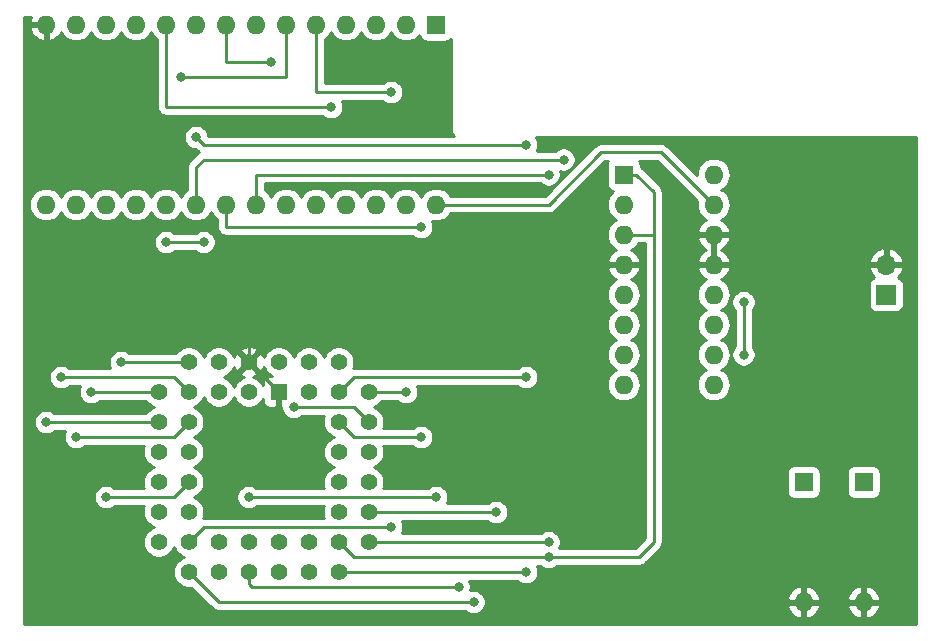
<source format=gbr>
G04 #@! TF.GenerationSoftware,KiCad,Pcbnew,(5.1.2-1)-1*
G04 #@! TF.CreationDate,2019-05-24T19:31:09+01:00*
G04 #@! TF.ProjectId,8840A_CPU_Programmer,38383430-415f-4435-9055-5f50726f6772,rev?*
G04 #@! TF.SameCoordinates,Original*
G04 #@! TF.FileFunction,Copper,L2,Bot*
G04 #@! TF.FilePolarity,Positive*
%FSLAX46Y46*%
G04 Gerber Fmt 4.6, Leading zero omitted, Abs format (unit mm)*
G04 Created by KiCad (PCBNEW (5.1.2-1)-1) date 2019-05-24 19:31:09*
%MOMM*%
%LPD*%
G04 APERTURE LIST*
%ADD10R,1.600000X1.600000*%
%ADD11O,1.600000X1.600000*%
%ADD12R,1.397000X1.397000*%
%ADD13C,1.397000*%
%ADD14R,1.700000X1.700000*%
%ADD15O,1.700000X1.700000*%
%ADD16C,0.800000*%
%ADD17C,0.250000*%
%ADD18C,0.254000*%
G04 APERTURE END LIST*
D10*
X135255000Y-76835000D03*
D11*
X142875000Y-94615000D03*
X135255000Y-79375000D03*
X142875000Y-92075000D03*
X135255000Y-81915000D03*
X142875000Y-89535000D03*
X135255000Y-84455000D03*
X142875000Y-86995000D03*
X135255000Y-86995000D03*
X142875000Y-84455000D03*
X135255000Y-89535000D03*
X142875000Y-81915000D03*
X135255000Y-92075000D03*
X142875000Y-79375000D03*
X135255000Y-94615000D03*
X142875000Y-76835000D03*
D10*
X119380000Y-64135000D03*
D11*
X86360000Y-79375000D03*
X116840000Y-64135000D03*
X88900000Y-79375000D03*
X114300000Y-64135000D03*
X91440000Y-79375000D03*
X111760000Y-64135000D03*
X93980000Y-79375000D03*
X109220000Y-64135000D03*
X96520000Y-79375000D03*
X106680000Y-64135000D03*
X99060000Y-79375000D03*
X104140000Y-64135000D03*
X101600000Y-79375000D03*
X101600000Y-64135000D03*
X104140000Y-79375000D03*
X99060000Y-64135000D03*
X106680000Y-79375000D03*
X96520000Y-64135000D03*
X109220000Y-79375000D03*
X93980000Y-64135000D03*
X111760000Y-79375000D03*
X91440000Y-64135000D03*
X114300000Y-79375000D03*
X88900000Y-64135000D03*
X116840000Y-79375000D03*
X86360000Y-64135000D03*
X119380000Y-79375000D03*
D12*
X106045000Y-95250000D03*
D13*
X103505000Y-92710000D03*
X103505000Y-95250000D03*
X100965000Y-92710000D03*
X100965000Y-95250000D03*
X98425000Y-92710000D03*
X95885000Y-95250000D03*
X98425000Y-95250000D03*
X95885000Y-97790000D03*
X98425000Y-97790000D03*
X95885000Y-100330000D03*
X98425000Y-100330000D03*
X95885000Y-102870000D03*
X98425000Y-102870000D03*
X95885000Y-105410000D03*
X98425000Y-105410000D03*
X95885000Y-107950000D03*
X98425000Y-110490000D03*
X98425000Y-107950000D03*
X100965000Y-110490000D03*
X100965000Y-107950000D03*
X103505000Y-110490000D03*
X103505000Y-107950000D03*
X106045000Y-110490000D03*
X106045000Y-107950000D03*
X108585000Y-110490000D03*
X108585000Y-107950000D03*
X111125000Y-110490000D03*
X113665000Y-107950000D03*
X111125000Y-107950000D03*
X113665000Y-105410000D03*
X111125000Y-105410000D03*
X113665000Y-102870000D03*
X111125000Y-102870000D03*
X113665000Y-100330000D03*
X111125000Y-100330000D03*
X113665000Y-97790000D03*
X111125000Y-97790000D03*
X113665000Y-95250000D03*
X111125000Y-92710000D03*
X111125000Y-95250000D03*
X108585000Y-92710000D03*
X108585000Y-95250000D03*
X106045000Y-92710000D03*
D14*
X157480000Y-86995000D03*
D15*
X157480000Y-84455000D03*
D10*
X155575000Y-102870000D03*
D11*
X155575000Y-113030000D03*
D10*
X150495000Y-102870000D03*
D11*
X150495000Y-113030000D03*
D16*
X145415000Y-87630000D03*
X145415000Y-92075000D03*
X124460000Y-90805000D03*
X85090000Y-89535000D03*
X131445000Y-89535000D03*
X124460000Y-105410000D03*
X128905000Y-76835000D03*
X128905000Y-107950000D03*
X130175000Y-75565000D03*
X127000000Y-110490000D03*
X92710000Y-92710000D03*
X90170000Y-95250000D03*
X87630000Y-93980000D03*
X86360000Y-97790000D03*
X88900000Y-99060000D03*
X91440000Y-104140000D03*
X99695000Y-82550000D03*
X96520000Y-82550000D03*
X97790000Y-68580000D03*
X122555000Y-113030000D03*
X115570000Y-69850000D03*
X115570000Y-106680000D03*
X121285000Y-111760000D03*
X128905000Y-109220000D03*
X107315000Y-96520000D03*
X118110000Y-99060000D03*
X118110000Y-81280000D03*
X116840000Y-95250000D03*
X110490000Y-71120000D03*
X127000000Y-93980000D03*
X127000000Y-74295000D03*
X99060000Y-73660000D03*
X105410000Y-67310000D03*
X119380000Y-104140000D03*
X103505000Y-104140000D03*
D17*
X145415000Y-87630000D02*
X145415000Y-92075000D01*
X103505000Y-89535000D02*
X103505000Y-92710000D01*
X85090000Y-89535000D02*
X103505000Y-89535000D01*
X124460000Y-90805000D02*
X124460000Y-89535000D01*
X103505000Y-89535000D02*
X124460000Y-89535000D01*
X142875000Y-84455000D02*
X153035000Y-84455000D01*
X103505000Y-92710000D02*
X106045000Y-95250000D01*
X124460000Y-89535000D02*
X131445000Y-89535000D01*
X142875000Y-81915000D02*
X142875000Y-84455000D01*
X157480000Y-84455000D02*
X153035000Y-84455000D01*
X124460000Y-105410000D02*
X113665000Y-105410000D01*
X128905000Y-76835000D02*
X104140000Y-76835000D01*
X104140000Y-76835000D02*
X104140000Y-79375000D01*
X113665000Y-107950000D02*
X128905000Y-107950000D01*
X130175000Y-75565000D02*
X99695000Y-75565000D01*
X99060000Y-76200000D02*
X99060000Y-79375000D01*
X99695000Y-75565000D02*
X99060000Y-76200000D01*
X111125000Y-110490000D02*
X127000000Y-110490000D01*
X92710000Y-92710000D02*
X98425000Y-92710000D01*
X90170000Y-95250000D02*
X95885000Y-95250000D01*
X97155000Y-93980000D02*
X98425000Y-95250000D01*
X87630000Y-93980000D02*
X97155000Y-93980000D01*
X86360000Y-97790000D02*
X95885000Y-97790000D01*
X97155000Y-99060000D02*
X98425000Y-97790000D01*
X88900000Y-99060000D02*
X97155000Y-99060000D01*
X97155000Y-104140000D02*
X98425000Y-102870000D01*
X91440000Y-104140000D02*
X97155000Y-104140000D01*
X99695000Y-82550000D02*
X96520000Y-82550000D01*
X106680000Y-68580000D02*
X106680000Y-64135000D01*
X97790000Y-68580000D02*
X106680000Y-68580000D01*
X100965000Y-113030000D02*
X98425000Y-110490000D01*
X122555000Y-113030000D02*
X100965000Y-113030000D01*
X109220000Y-69850000D02*
X109220000Y-64135000D01*
X115570000Y-69850000D02*
X109220000Y-69850000D01*
X98425000Y-107950000D02*
X99695000Y-106680000D01*
X99695000Y-106680000D02*
X115570000Y-106680000D01*
X103787172Y-111760000D02*
X121285000Y-111760000D01*
X103505000Y-111477828D02*
X103787172Y-111760000D01*
X103505000Y-110490000D02*
X103505000Y-111477828D01*
X112395000Y-109220000D02*
X128905000Y-109220000D01*
X111125000Y-107950000D02*
X112395000Y-109220000D01*
X128905000Y-109220000D02*
X136525000Y-109220000D01*
X136525000Y-109220000D02*
X137795000Y-107950000D01*
X136305000Y-76835000D02*
X135255000Y-76835000D01*
X137795000Y-78325000D02*
X136305000Y-76835000D01*
X137795000Y-81915000D02*
X137795000Y-78325000D01*
X135255000Y-81915000D02*
X137795000Y-81915000D01*
X137795000Y-107950000D02*
X137795000Y-81915000D01*
X112395000Y-96520000D02*
X113665000Y-97790000D01*
X112395000Y-96520000D02*
X107315000Y-96520000D01*
X112395000Y-99060000D02*
X118110000Y-99060000D01*
X111125000Y-97790000D02*
X112395000Y-99060000D01*
X118110000Y-81280000D02*
X101600000Y-81280000D01*
X101600000Y-81280000D02*
X101600000Y-79375000D01*
X113665000Y-95250000D02*
X116840000Y-95250000D01*
X96520000Y-71120000D02*
X110490000Y-71120000D01*
X96520000Y-64135000D02*
X96520000Y-71120000D01*
X111125000Y-95250000D02*
X112395000Y-93980000D01*
X112395000Y-93980000D02*
X127000000Y-93980000D01*
X99060000Y-73660000D02*
X99695000Y-74295000D01*
X99695000Y-74295000D02*
X127000000Y-74295000D01*
X105410000Y-67310000D02*
X101600000Y-67310000D01*
X101600000Y-67310000D02*
X101600000Y-64135000D01*
X119380000Y-104140000D02*
X103505000Y-104140000D01*
X119380000Y-79375000D02*
X128905000Y-79375000D01*
X128905000Y-79375000D02*
X133350000Y-74930000D01*
X138430000Y-74930000D02*
X142875000Y-79375000D01*
X133350000Y-74930000D02*
X138430000Y-74930000D01*
D18*
G36*
X84968091Y-63785960D02*
G01*
X85089376Y-64008000D01*
X86233000Y-64008000D01*
X86233000Y-63988000D01*
X86487000Y-63988000D01*
X86487000Y-64008000D01*
X86507000Y-64008000D01*
X86507000Y-64262000D01*
X86487000Y-64262000D01*
X86487000Y-65404915D01*
X86709039Y-65526904D01*
X86843087Y-65486246D01*
X87097420Y-65366037D01*
X87323414Y-65198519D01*
X87512385Y-64990131D01*
X87627421Y-64798318D01*
X87701068Y-64936101D01*
X87880392Y-65154608D01*
X88098899Y-65333932D01*
X88348192Y-65467182D01*
X88618691Y-65549236D01*
X88829508Y-65570000D01*
X88970492Y-65570000D01*
X89181309Y-65549236D01*
X89451808Y-65467182D01*
X89701101Y-65333932D01*
X89919608Y-65154608D01*
X90098932Y-64936101D01*
X90170000Y-64803142D01*
X90241068Y-64936101D01*
X90420392Y-65154608D01*
X90638899Y-65333932D01*
X90888192Y-65467182D01*
X91158691Y-65549236D01*
X91369508Y-65570000D01*
X91510492Y-65570000D01*
X91721309Y-65549236D01*
X91991808Y-65467182D01*
X92241101Y-65333932D01*
X92459608Y-65154608D01*
X92638932Y-64936101D01*
X92710000Y-64803142D01*
X92781068Y-64936101D01*
X92960392Y-65154608D01*
X93178899Y-65333932D01*
X93428192Y-65467182D01*
X93698691Y-65549236D01*
X93909508Y-65570000D01*
X94050492Y-65570000D01*
X94261309Y-65549236D01*
X94531808Y-65467182D01*
X94781101Y-65333932D01*
X94999608Y-65154608D01*
X95178932Y-64936101D01*
X95250000Y-64803142D01*
X95321068Y-64936101D01*
X95500392Y-65154608D01*
X95718899Y-65333932D01*
X95760000Y-65355901D01*
X95760001Y-71082657D01*
X95756323Y-71120000D01*
X95770997Y-71268986D01*
X95814454Y-71412247D01*
X95885026Y-71544276D01*
X95979999Y-71660001D01*
X96095724Y-71754974D01*
X96227753Y-71825546D01*
X96371014Y-71869003D01*
X96482667Y-71880000D01*
X96520000Y-71883677D01*
X96557333Y-71880000D01*
X109786289Y-71880000D01*
X109830226Y-71923937D01*
X109999744Y-72037205D01*
X110188102Y-72115226D01*
X110388061Y-72155000D01*
X110591939Y-72155000D01*
X110791898Y-72115226D01*
X110980256Y-72037205D01*
X111149774Y-71923937D01*
X111293937Y-71779774D01*
X111407205Y-71610256D01*
X111485226Y-71421898D01*
X111525000Y-71221939D01*
X111525000Y-71018061D01*
X111485226Y-70818102D01*
X111407205Y-70629744D01*
X111394013Y-70610000D01*
X114866289Y-70610000D01*
X114910226Y-70653937D01*
X115079744Y-70767205D01*
X115268102Y-70845226D01*
X115468061Y-70885000D01*
X115671939Y-70885000D01*
X115871898Y-70845226D01*
X116060256Y-70767205D01*
X116229774Y-70653937D01*
X116373937Y-70509774D01*
X116487205Y-70340256D01*
X116565226Y-70151898D01*
X116605000Y-69951939D01*
X116605000Y-69748061D01*
X116565226Y-69548102D01*
X116487205Y-69359744D01*
X116373937Y-69190226D01*
X116229774Y-69046063D01*
X116060256Y-68932795D01*
X115871898Y-68854774D01*
X115671939Y-68815000D01*
X115468061Y-68815000D01*
X115268102Y-68854774D01*
X115079744Y-68932795D01*
X114910226Y-69046063D01*
X114866289Y-69090000D01*
X109980000Y-69090000D01*
X109980000Y-65355901D01*
X110021101Y-65333932D01*
X110239608Y-65154608D01*
X110418932Y-64936101D01*
X110490000Y-64803142D01*
X110561068Y-64936101D01*
X110740392Y-65154608D01*
X110958899Y-65333932D01*
X111208192Y-65467182D01*
X111478691Y-65549236D01*
X111689508Y-65570000D01*
X111830492Y-65570000D01*
X112041309Y-65549236D01*
X112311808Y-65467182D01*
X112561101Y-65333932D01*
X112779608Y-65154608D01*
X112958932Y-64936101D01*
X113030000Y-64803142D01*
X113101068Y-64936101D01*
X113280392Y-65154608D01*
X113498899Y-65333932D01*
X113748192Y-65467182D01*
X114018691Y-65549236D01*
X114229508Y-65570000D01*
X114370492Y-65570000D01*
X114581309Y-65549236D01*
X114851808Y-65467182D01*
X115101101Y-65333932D01*
X115319608Y-65154608D01*
X115498932Y-64936101D01*
X115570000Y-64803142D01*
X115641068Y-64936101D01*
X115820392Y-65154608D01*
X116038899Y-65333932D01*
X116288192Y-65467182D01*
X116558691Y-65549236D01*
X116769508Y-65570000D01*
X116910492Y-65570000D01*
X117121309Y-65549236D01*
X117391808Y-65467182D01*
X117641101Y-65333932D01*
X117859608Y-65154608D01*
X117952419Y-65041518D01*
X117954188Y-65059482D01*
X117990498Y-65179180D01*
X118049463Y-65289494D01*
X118128815Y-65386185D01*
X118225506Y-65465537D01*
X118335820Y-65524502D01*
X118455518Y-65560812D01*
X118580000Y-65573072D01*
X120180000Y-65573072D01*
X120304482Y-65560812D01*
X120424180Y-65524502D01*
X120534494Y-65465537D01*
X120625000Y-65391261D01*
X120625001Y-72992571D01*
X120621807Y-73025000D01*
X120634550Y-73154383D01*
X120672290Y-73278793D01*
X120733575Y-73393450D01*
X120816052Y-73493948D01*
X120866074Y-73535000D01*
X100090413Y-73535000D01*
X100055226Y-73358102D01*
X99977205Y-73169744D01*
X99863937Y-73000226D01*
X99719774Y-72856063D01*
X99550256Y-72742795D01*
X99361898Y-72664774D01*
X99161939Y-72625000D01*
X98958061Y-72625000D01*
X98758102Y-72664774D01*
X98569744Y-72742795D01*
X98400226Y-72856063D01*
X98256063Y-73000226D01*
X98142795Y-73169744D01*
X98064774Y-73358102D01*
X98025000Y-73558061D01*
X98025000Y-73761939D01*
X98064774Y-73961898D01*
X98142795Y-74150256D01*
X98256063Y-74319774D01*
X98400226Y-74463937D01*
X98569744Y-74577205D01*
X98758102Y-74655226D01*
X98958061Y-74695000D01*
X99020198Y-74695000D01*
X99131200Y-74806002D01*
X99154999Y-74835001D01*
X99183997Y-74858799D01*
X99270724Y-74929974D01*
X99270773Y-74930000D01*
X99270724Y-74930026D01*
X99154999Y-75024999D01*
X99131200Y-75053998D01*
X98549002Y-75636197D01*
X98519999Y-75659999D01*
X98464871Y-75727174D01*
X98425026Y-75775724D01*
X98381451Y-75857247D01*
X98354454Y-75907754D01*
X98310997Y-76051015D01*
X98300000Y-76162668D01*
X98300000Y-76162678D01*
X98296324Y-76200000D01*
X98300000Y-76237323D01*
X98300001Y-78154099D01*
X98258899Y-78176068D01*
X98040392Y-78355392D01*
X97861068Y-78573899D01*
X97790000Y-78706858D01*
X97718932Y-78573899D01*
X97539608Y-78355392D01*
X97321101Y-78176068D01*
X97071808Y-78042818D01*
X96801309Y-77960764D01*
X96590492Y-77940000D01*
X96449508Y-77940000D01*
X96238691Y-77960764D01*
X95968192Y-78042818D01*
X95718899Y-78176068D01*
X95500392Y-78355392D01*
X95321068Y-78573899D01*
X95250000Y-78706858D01*
X95178932Y-78573899D01*
X94999608Y-78355392D01*
X94781101Y-78176068D01*
X94531808Y-78042818D01*
X94261309Y-77960764D01*
X94050492Y-77940000D01*
X93909508Y-77940000D01*
X93698691Y-77960764D01*
X93428192Y-78042818D01*
X93178899Y-78176068D01*
X92960392Y-78355392D01*
X92781068Y-78573899D01*
X92710000Y-78706858D01*
X92638932Y-78573899D01*
X92459608Y-78355392D01*
X92241101Y-78176068D01*
X91991808Y-78042818D01*
X91721309Y-77960764D01*
X91510492Y-77940000D01*
X91369508Y-77940000D01*
X91158691Y-77960764D01*
X90888192Y-78042818D01*
X90638899Y-78176068D01*
X90420392Y-78355392D01*
X90241068Y-78573899D01*
X90170000Y-78706858D01*
X90098932Y-78573899D01*
X89919608Y-78355392D01*
X89701101Y-78176068D01*
X89451808Y-78042818D01*
X89181309Y-77960764D01*
X88970492Y-77940000D01*
X88829508Y-77940000D01*
X88618691Y-77960764D01*
X88348192Y-78042818D01*
X88098899Y-78176068D01*
X87880392Y-78355392D01*
X87701068Y-78573899D01*
X87630000Y-78706858D01*
X87558932Y-78573899D01*
X87379608Y-78355392D01*
X87161101Y-78176068D01*
X86911808Y-78042818D01*
X86641309Y-77960764D01*
X86430492Y-77940000D01*
X86289508Y-77940000D01*
X86078691Y-77960764D01*
X85808192Y-78042818D01*
X85558899Y-78176068D01*
X85340392Y-78355392D01*
X85161068Y-78573899D01*
X85027818Y-78823192D01*
X84945764Y-79093691D01*
X84918057Y-79375000D01*
X84945764Y-79656309D01*
X85027818Y-79926808D01*
X85161068Y-80176101D01*
X85340392Y-80394608D01*
X85558899Y-80573932D01*
X85808192Y-80707182D01*
X86078691Y-80789236D01*
X86289508Y-80810000D01*
X86430492Y-80810000D01*
X86641309Y-80789236D01*
X86911808Y-80707182D01*
X87161101Y-80573932D01*
X87379608Y-80394608D01*
X87558932Y-80176101D01*
X87630000Y-80043142D01*
X87701068Y-80176101D01*
X87880392Y-80394608D01*
X88098899Y-80573932D01*
X88348192Y-80707182D01*
X88618691Y-80789236D01*
X88829508Y-80810000D01*
X88970492Y-80810000D01*
X89181309Y-80789236D01*
X89451808Y-80707182D01*
X89701101Y-80573932D01*
X89919608Y-80394608D01*
X90098932Y-80176101D01*
X90170000Y-80043142D01*
X90241068Y-80176101D01*
X90420392Y-80394608D01*
X90638899Y-80573932D01*
X90888192Y-80707182D01*
X91158691Y-80789236D01*
X91369508Y-80810000D01*
X91510492Y-80810000D01*
X91721309Y-80789236D01*
X91991808Y-80707182D01*
X92241101Y-80573932D01*
X92459608Y-80394608D01*
X92638932Y-80176101D01*
X92710000Y-80043142D01*
X92781068Y-80176101D01*
X92960392Y-80394608D01*
X93178899Y-80573932D01*
X93428192Y-80707182D01*
X93698691Y-80789236D01*
X93909508Y-80810000D01*
X94050492Y-80810000D01*
X94261309Y-80789236D01*
X94531808Y-80707182D01*
X94781101Y-80573932D01*
X94999608Y-80394608D01*
X95178932Y-80176101D01*
X95250000Y-80043142D01*
X95321068Y-80176101D01*
X95500392Y-80394608D01*
X95718899Y-80573932D01*
X95968192Y-80707182D01*
X96238691Y-80789236D01*
X96449508Y-80810000D01*
X96590492Y-80810000D01*
X96801309Y-80789236D01*
X97071808Y-80707182D01*
X97321101Y-80573932D01*
X97539608Y-80394608D01*
X97718932Y-80176101D01*
X97790000Y-80043142D01*
X97861068Y-80176101D01*
X98040392Y-80394608D01*
X98258899Y-80573932D01*
X98508192Y-80707182D01*
X98778691Y-80789236D01*
X98989508Y-80810000D01*
X99130492Y-80810000D01*
X99341309Y-80789236D01*
X99611808Y-80707182D01*
X99861101Y-80573932D01*
X100079608Y-80394608D01*
X100258932Y-80176101D01*
X100330000Y-80043142D01*
X100401068Y-80176101D01*
X100580392Y-80394608D01*
X100798899Y-80573932D01*
X100840000Y-80595901D01*
X100840000Y-81242667D01*
X100836323Y-81280000D01*
X100850997Y-81428986D01*
X100894454Y-81572247D01*
X100965026Y-81704276D01*
X101035378Y-81790000D01*
X101059999Y-81820001D01*
X101175724Y-81914974D01*
X101307753Y-81985546D01*
X101451014Y-82029003D01*
X101600000Y-82043677D01*
X101637333Y-82040000D01*
X117406289Y-82040000D01*
X117450226Y-82083937D01*
X117619744Y-82197205D01*
X117808102Y-82275226D01*
X118008061Y-82315000D01*
X118211939Y-82315000D01*
X118411898Y-82275226D01*
X118600256Y-82197205D01*
X118769774Y-82083937D01*
X118913937Y-81939774D01*
X119027205Y-81770256D01*
X119105226Y-81581898D01*
X119145000Y-81381939D01*
X119145000Y-81178061D01*
X119105226Y-80978102D01*
X119027205Y-80789744D01*
X119008607Y-80761910D01*
X119098691Y-80789236D01*
X119309508Y-80810000D01*
X119450492Y-80810000D01*
X119661309Y-80789236D01*
X119931808Y-80707182D01*
X120181101Y-80573932D01*
X120399608Y-80394608D01*
X120578932Y-80176101D01*
X120600901Y-80135000D01*
X128867678Y-80135000D01*
X128905000Y-80138676D01*
X128942322Y-80135000D01*
X128942333Y-80135000D01*
X129053986Y-80124003D01*
X129197247Y-80080546D01*
X129329276Y-80009974D01*
X129445001Y-79915001D01*
X129468804Y-79885997D01*
X133664802Y-75690000D01*
X133919388Y-75690000D01*
X133865498Y-75790820D01*
X133829188Y-75910518D01*
X133816928Y-76035000D01*
X133816928Y-77635000D01*
X133829188Y-77759482D01*
X133865498Y-77879180D01*
X133924463Y-77989494D01*
X134003815Y-78086185D01*
X134100506Y-78165537D01*
X134210820Y-78224502D01*
X134330518Y-78260812D01*
X134348482Y-78262581D01*
X134235392Y-78355392D01*
X134056068Y-78573899D01*
X133922818Y-78823192D01*
X133840764Y-79093691D01*
X133813057Y-79375000D01*
X133840764Y-79656309D01*
X133922818Y-79926808D01*
X134056068Y-80176101D01*
X134235392Y-80394608D01*
X134453899Y-80573932D01*
X134586858Y-80645000D01*
X134453899Y-80716068D01*
X134235392Y-80895392D01*
X134056068Y-81113899D01*
X133922818Y-81363192D01*
X133840764Y-81633691D01*
X133813057Y-81915000D01*
X133840764Y-82196309D01*
X133922818Y-82466808D01*
X134056068Y-82716101D01*
X134235392Y-82934608D01*
X134453899Y-83113932D01*
X134591682Y-83187579D01*
X134399869Y-83302615D01*
X134191481Y-83491586D01*
X134023963Y-83717580D01*
X133903754Y-83971913D01*
X133863096Y-84105961D01*
X133985085Y-84328000D01*
X135128000Y-84328000D01*
X135128000Y-84308000D01*
X135382000Y-84308000D01*
X135382000Y-84328000D01*
X136524915Y-84328000D01*
X136646904Y-84105961D01*
X136606246Y-83971913D01*
X136486037Y-83717580D01*
X136318519Y-83491586D01*
X136110131Y-83302615D01*
X135918318Y-83187579D01*
X136056101Y-83113932D01*
X136274608Y-82934608D01*
X136453932Y-82716101D01*
X136475901Y-82675000D01*
X137035001Y-82675000D01*
X137035000Y-107635198D01*
X136210199Y-108460000D01*
X129809013Y-108460000D01*
X129822205Y-108440256D01*
X129900226Y-108251898D01*
X129940000Y-108051939D01*
X129940000Y-107848061D01*
X129900226Y-107648102D01*
X129822205Y-107459744D01*
X129708937Y-107290226D01*
X129564774Y-107146063D01*
X129395256Y-107032795D01*
X129206898Y-106954774D01*
X129006939Y-106915000D01*
X128803061Y-106915000D01*
X128603102Y-106954774D01*
X128414744Y-107032795D01*
X128245226Y-107146063D01*
X128201289Y-107190000D01*
X116474013Y-107190000D01*
X116487205Y-107170256D01*
X116565226Y-106981898D01*
X116605000Y-106781939D01*
X116605000Y-106578061D01*
X116565226Y-106378102D01*
X116487205Y-106189744D01*
X116474013Y-106170000D01*
X123756289Y-106170000D01*
X123800226Y-106213937D01*
X123969744Y-106327205D01*
X124158102Y-106405226D01*
X124358061Y-106445000D01*
X124561939Y-106445000D01*
X124761898Y-106405226D01*
X124950256Y-106327205D01*
X125119774Y-106213937D01*
X125263937Y-106069774D01*
X125377205Y-105900256D01*
X125455226Y-105711898D01*
X125495000Y-105511939D01*
X125495000Y-105308061D01*
X125455226Y-105108102D01*
X125377205Y-104919744D01*
X125263937Y-104750226D01*
X125119774Y-104606063D01*
X124950256Y-104492795D01*
X124761898Y-104414774D01*
X124561939Y-104375000D01*
X124358061Y-104375000D01*
X124158102Y-104414774D01*
X123969744Y-104492795D01*
X123800226Y-104606063D01*
X123756289Y-104650000D01*
X120284013Y-104650000D01*
X120297205Y-104630256D01*
X120375226Y-104441898D01*
X120415000Y-104241939D01*
X120415000Y-104038061D01*
X120375226Y-103838102D01*
X120297205Y-103649744D01*
X120183937Y-103480226D01*
X120039774Y-103336063D01*
X119870256Y-103222795D01*
X119681898Y-103144774D01*
X119481939Y-103105000D01*
X119278061Y-103105000D01*
X119078102Y-103144774D01*
X118889744Y-103222795D01*
X118720226Y-103336063D01*
X118676289Y-103380000D01*
X114897121Y-103380000D01*
X114947254Y-103258968D01*
X114998500Y-103001338D01*
X114998500Y-102738662D01*
X114947254Y-102481032D01*
X114846732Y-102238351D01*
X114700797Y-102019943D01*
X114515057Y-101834203D01*
X114296649Y-101688268D01*
X114083552Y-101600000D01*
X114296649Y-101511732D01*
X114515057Y-101365797D01*
X114700797Y-101180057D01*
X114846732Y-100961649D01*
X114947254Y-100718968D01*
X114998500Y-100461338D01*
X114998500Y-100198662D01*
X114947254Y-99941032D01*
X114897121Y-99820000D01*
X117406289Y-99820000D01*
X117450226Y-99863937D01*
X117619744Y-99977205D01*
X117808102Y-100055226D01*
X118008061Y-100095000D01*
X118211939Y-100095000D01*
X118411898Y-100055226D01*
X118600256Y-99977205D01*
X118769774Y-99863937D01*
X118913937Y-99719774D01*
X119027205Y-99550256D01*
X119105226Y-99361898D01*
X119145000Y-99161939D01*
X119145000Y-98958061D01*
X119105226Y-98758102D01*
X119027205Y-98569744D01*
X118913937Y-98400226D01*
X118769774Y-98256063D01*
X118600256Y-98142795D01*
X118411898Y-98064774D01*
X118211939Y-98025000D01*
X118008061Y-98025000D01*
X117808102Y-98064774D01*
X117619744Y-98142795D01*
X117450226Y-98256063D01*
X117406289Y-98300000D01*
X114897121Y-98300000D01*
X114947254Y-98178968D01*
X114998500Y-97921338D01*
X114998500Y-97658662D01*
X114947254Y-97401032D01*
X114846732Y-97158351D01*
X114700797Y-96939943D01*
X114515057Y-96754203D01*
X114296649Y-96608268D01*
X114083552Y-96520000D01*
X114296649Y-96431732D01*
X114515057Y-96285797D01*
X114700797Y-96100057D01*
X114760971Y-96010000D01*
X116136289Y-96010000D01*
X116180226Y-96053937D01*
X116349744Y-96167205D01*
X116538102Y-96245226D01*
X116738061Y-96285000D01*
X116941939Y-96285000D01*
X117141898Y-96245226D01*
X117330256Y-96167205D01*
X117499774Y-96053937D01*
X117643937Y-95909774D01*
X117757205Y-95740256D01*
X117835226Y-95551898D01*
X117875000Y-95351939D01*
X117875000Y-95148061D01*
X117835226Y-94948102D01*
X117757205Y-94759744D01*
X117744013Y-94740000D01*
X126296289Y-94740000D01*
X126340226Y-94783937D01*
X126509744Y-94897205D01*
X126698102Y-94975226D01*
X126898061Y-95015000D01*
X127101939Y-95015000D01*
X127301898Y-94975226D01*
X127490256Y-94897205D01*
X127659774Y-94783937D01*
X127803937Y-94639774D01*
X127917205Y-94470256D01*
X127995226Y-94281898D01*
X128035000Y-94081939D01*
X128035000Y-93878061D01*
X127995226Y-93678102D01*
X127917205Y-93489744D01*
X127803937Y-93320226D01*
X127659774Y-93176063D01*
X127490256Y-93062795D01*
X127301898Y-92984774D01*
X127101939Y-92945000D01*
X126898061Y-92945000D01*
X126698102Y-92984774D01*
X126509744Y-93062795D01*
X126340226Y-93176063D01*
X126296289Y-93220000D01*
X112432322Y-93220000D01*
X112394999Y-93216324D01*
X112357676Y-93220000D01*
X112357667Y-93220000D01*
X112357098Y-93220056D01*
X112407254Y-93098968D01*
X112458500Y-92841338D01*
X112458500Y-92578662D01*
X112407254Y-92321032D01*
X112306732Y-92078351D01*
X112160797Y-91859943D01*
X111975057Y-91674203D01*
X111756649Y-91528268D01*
X111513968Y-91427746D01*
X111256338Y-91376500D01*
X110993662Y-91376500D01*
X110736032Y-91427746D01*
X110493351Y-91528268D01*
X110274943Y-91674203D01*
X110089203Y-91859943D01*
X109943268Y-92078351D01*
X109855000Y-92291448D01*
X109766732Y-92078351D01*
X109620797Y-91859943D01*
X109435057Y-91674203D01*
X109216649Y-91528268D01*
X108973968Y-91427746D01*
X108716338Y-91376500D01*
X108453662Y-91376500D01*
X108196032Y-91427746D01*
X107953351Y-91528268D01*
X107734943Y-91674203D01*
X107549203Y-91859943D01*
X107403268Y-92078351D01*
X107315000Y-92291448D01*
X107226732Y-92078351D01*
X107080797Y-91859943D01*
X106895057Y-91674203D01*
X106676649Y-91528268D01*
X106433968Y-91427746D01*
X106176338Y-91376500D01*
X105913662Y-91376500D01*
X105656032Y-91427746D01*
X105413351Y-91528268D01*
X105194943Y-91674203D01*
X105009203Y-91859943D01*
X104863268Y-92078351D01*
X104773293Y-92295570D01*
X104712514Y-92129158D01*
X104658812Y-92028686D01*
X104425197Y-91969408D01*
X103684605Y-92710000D01*
X104425197Y-93450592D01*
X104658812Y-93391314D01*
X104769559Y-93153125D01*
X104775342Y-93129378D01*
X104863268Y-93341649D01*
X105009203Y-93560057D01*
X105194943Y-93745797D01*
X105413351Y-93891732D01*
X105467911Y-93914332D01*
X105346500Y-93913428D01*
X105222018Y-93925688D01*
X105102320Y-93961998D01*
X104992006Y-94020963D01*
X104895315Y-94100315D01*
X104815963Y-94197006D01*
X104756998Y-94307320D01*
X104720688Y-94427018D01*
X104708428Y-94551500D01*
X104709332Y-94672911D01*
X104686732Y-94618351D01*
X104540797Y-94399943D01*
X104355057Y-94214203D01*
X104136649Y-94068268D01*
X103919430Y-93978293D01*
X104085842Y-93917514D01*
X104186314Y-93863812D01*
X104245592Y-93630197D01*
X103505000Y-92889605D01*
X102764408Y-93630197D01*
X102823686Y-93863812D01*
X103061875Y-93974559D01*
X103085622Y-93980342D01*
X102873351Y-94068268D01*
X102654943Y-94214203D01*
X102469203Y-94399943D01*
X102323268Y-94618351D01*
X102235000Y-94831448D01*
X102146732Y-94618351D01*
X102000797Y-94399943D01*
X101815057Y-94214203D01*
X101596649Y-94068268D01*
X101383552Y-93980000D01*
X101596649Y-93891732D01*
X101815057Y-93745797D01*
X102000797Y-93560057D01*
X102146732Y-93341649D01*
X102236707Y-93124430D01*
X102297486Y-93290842D01*
X102351188Y-93391314D01*
X102584803Y-93450592D01*
X103325395Y-92710000D01*
X102584803Y-91969408D01*
X102351188Y-92028686D01*
X102240441Y-92266875D01*
X102234658Y-92290622D01*
X102146732Y-92078351D01*
X102000797Y-91859943D01*
X101930657Y-91789803D01*
X102764408Y-91789803D01*
X103505000Y-92530395D01*
X104245592Y-91789803D01*
X104186314Y-91556188D01*
X103948125Y-91445441D01*
X103692907Y-91383289D01*
X103430467Y-91372124D01*
X103170893Y-91412371D01*
X102924158Y-91502486D01*
X102823686Y-91556188D01*
X102764408Y-91789803D01*
X101930657Y-91789803D01*
X101815057Y-91674203D01*
X101596649Y-91528268D01*
X101353968Y-91427746D01*
X101096338Y-91376500D01*
X100833662Y-91376500D01*
X100576032Y-91427746D01*
X100333351Y-91528268D01*
X100114943Y-91674203D01*
X99929203Y-91859943D01*
X99783268Y-92078351D01*
X99695000Y-92291448D01*
X99606732Y-92078351D01*
X99460797Y-91859943D01*
X99275057Y-91674203D01*
X99056649Y-91528268D01*
X98813968Y-91427746D01*
X98556338Y-91376500D01*
X98293662Y-91376500D01*
X98036032Y-91427746D01*
X97793351Y-91528268D01*
X97574943Y-91674203D01*
X97389203Y-91859943D01*
X97329029Y-91950000D01*
X93413711Y-91950000D01*
X93369774Y-91906063D01*
X93200256Y-91792795D01*
X93011898Y-91714774D01*
X92811939Y-91675000D01*
X92608061Y-91675000D01*
X92408102Y-91714774D01*
X92219744Y-91792795D01*
X92050226Y-91906063D01*
X91906063Y-92050226D01*
X91792795Y-92219744D01*
X91714774Y-92408102D01*
X91675000Y-92608061D01*
X91675000Y-92811939D01*
X91714774Y-93011898D01*
X91792795Y-93200256D01*
X91805987Y-93220000D01*
X88333711Y-93220000D01*
X88289774Y-93176063D01*
X88120256Y-93062795D01*
X87931898Y-92984774D01*
X87731939Y-92945000D01*
X87528061Y-92945000D01*
X87328102Y-92984774D01*
X87139744Y-93062795D01*
X86970226Y-93176063D01*
X86826063Y-93320226D01*
X86712795Y-93489744D01*
X86634774Y-93678102D01*
X86595000Y-93878061D01*
X86595000Y-94081939D01*
X86634774Y-94281898D01*
X86712795Y-94470256D01*
X86826063Y-94639774D01*
X86970226Y-94783937D01*
X87139744Y-94897205D01*
X87328102Y-94975226D01*
X87528061Y-95015000D01*
X87731939Y-95015000D01*
X87931898Y-94975226D01*
X88120256Y-94897205D01*
X88289774Y-94783937D01*
X88333711Y-94740000D01*
X89265987Y-94740000D01*
X89252795Y-94759744D01*
X89174774Y-94948102D01*
X89135000Y-95148061D01*
X89135000Y-95351939D01*
X89174774Y-95551898D01*
X89252795Y-95740256D01*
X89366063Y-95909774D01*
X89510226Y-96053937D01*
X89679744Y-96167205D01*
X89868102Y-96245226D01*
X90068061Y-96285000D01*
X90271939Y-96285000D01*
X90471898Y-96245226D01*
X90660256Y-96167205D01*
X90829774Y-96053937D01*
X90873711Y-96010000D01*
X94789029Y-96010000D01*
X94849203Y-96100057D01*
X95034943Y-96285797D01*
X95253351Y-96431732D01*
X95466448Y-96520000D01*
X95253351Y-96608268D01*
X95034943Y-96754203D01*
X94849203Y-96939943D01*
X94789029Y-97030000D01*
X87063711Y-97030000D01*
X87019774Y-96986063D01*
X86850256Y-96872795D01*
X86661898Y-96794774D01*
X86461939Y-96755000D01*
X86258061Y-96755000D01*
X86058102Y-96794774D01*
X85869744Y-96872795D01*
X85700226Y-96986063D01*
X85556063Y-97130226D01*
X85442795Y-97299744D01*
X85364774Y-97488102D01*
X85325000Y-97688061D01*
X85325000Y-97891939D01*
X85364774Y-98091898D01*
X85442795Y-98280256D01*
X85556063Y-98449774D01*
X85700226Y-98593937D01*
X85869744Y-98707205D01*
X86058102Y-98785226D01*
X86258061Y-98825000D01*
X86461939Y-98825000D01*
X86661898Y-98785226D01*
X86850256Y-98707205D01*
X87019774Y-98593937D01*
X87063711Y-98550000D01*
X87995987Y-98550000D01*
X87982795Y-98569744D01*
X87904774Y-98758102D01*
X87865000Y-98958061D01*
X87865000Y-99161939D01*
X87904774Y-99361898D01*
X87982795Y-99550256D01*
X88096063Y-99719774D01*
X88240226Y-99863937D01*
X88409744Y-99977205D01*
X88598102Y-100055226D01*
X88798061Y-100095000D01*
X89001939Y-100095000D01*
X89201898Y-100055226D01*
X89390256Y-99977205D01*
X89559774Y-99863937D01*
X89603711Y-99820000D01*
X94652879Y-99820000D01*
X94602746Y-99941032D01*
X94551500Y-100198662D01*
X94551500Y-100461338D01*
X94602746Y-100718968D01*
X94703268Y-100961649D01*
X94849203Y-101180057D01*
X95034943Y-101365797D01*
X95253351Y-101511732D01*
X95466448Y-101600000D01*
X95253351Y-101688268D01*
X95034943Y-101834203D01*
X94849203Y-102019943D01*
X94703268Y-102238351D01*
X94602746Y-102481032D01*
X94551500Y-102738662D01*
X94551500Y-103001338D01*
X94602746Y-103258968D01*
X94652879Y-103380000D01*
X92143711Y-103380000D01*
X92099774Y-103336063D01*
X91930256Y-103222795D01*
X91741898Y-103144774D01*
X91541939Y-103105000D01*
X91338061Y-103105000D01*
X91138102Y-103144774D01*
X90949744Y-103222795D01*
X90780226Y-103336063D01*
X90636063Y-103480226D01*
X90522795Y-103649744D01*
X90444774Y-103838102D01*
X90405000Y-104038061D01*
X90405000Y-104241939D01*
X90444774Y-104441898D01*
X90522795Y-104630256D01*
X90636063Y-104799774D01*
X90780226Y-104943937D01*
X90949744Y-105057205D01*
X91138102Y-105135226D01*
X91338061Y-105175000D01*
X91541939Y-105175000D01*
X91741898Y-105135226D01*
X91930256Y-105057205D01*
X92099774Y-104943937D01*
X92143711Y-104900000D01*
X94652879Y-104900000D01*
X94602746Y-105021032D01*
X94551500Y-105278662D01*
X94551500Y-105541338D01*
X94602746Y-105798968D01*
X94703268Y-106041649D01*
X94849203Y-106260057D01*
X95034943Y-106445797D01*
X95253351Y-106591732D01*
X95466448Y-106680000D01*
X95253351Y-106768268D01*
X95034943Y-106914203D01*
X94849203Y-107099943D01*
X94703268Y-107318351D01*
X94602746Y-107561032D01*
X94551500Y-107818662D01*
X94551500Y-108081338D01*
X94602746Y-108338968D01*
X94703268Y-108581649D01*
X94849203Y-108800057D01*
X95034943Y-108985797D01*
X95253351Y-109131732D01*
X95496032Y-109232254D01*
X95753662Y-109283500D01*
X96016338Y-109283500D01*
X96273968Y-109232254D01*
X96516649Y-109131732D01*
X96735057Y-108985797D01*
X96920797Y-108800057D01*
X97066732Y-108581649D01*
X97155000Y-108368552D01*
X97243268Y-108581649D01*
X97389203Y-108800057D01*
X97574943Y-108985797D01*
X97793351Y-109131732D01*
X98006448Y-109220000D01*
X97793351Y-109308268D01*
X97574943Y-109454203D01*
X97389203Y-109639943D01*
X97243268Y-109858351D01*
X97142746Y-110101032D01*
X97091500Y-110358662D01*
X97091500Y-110621338D01*
X97142746Y-110878968D01*
X97243268Y-111121649D01*
X97389203Y-111340057D01*
X97574943Y-111525797D01*
X97793351Y-111671732D01*
X98036032Y-111772254D01*
X98293662Y-111823500D01*
X98556338Y-111823500D01*
X98662568Y-111802369D01*
X100401205Y-113541008D01*
X100424999Y-113570001D01*
X100453992Y-113593795D01*
X100453996Y-113593799D01*
X100515022Y-113643881D01*
X100540724Y-113664974D01*
X100672753Y-113735546D01*
X100816014Y-113779003D01*
X100927667Y-113790000D01*
X100927676Y-113790000D01*
X100964999Y-113793676D01*
X101002322Y-113790000D01*
X121851289Y-113790000D01*
X121895226Y-113833937D01*
X122064744Y-113947205D01*
X122253102Y-114025226D01*
X122453061Y-114065000D01*
X122656939Y-114065000D01*
X122856898Y-114025226D01*
X123045256Y-113947205D01*
X123214774Y-113833937D01*
X123358937Y-113689774D01*
X123472205Y-113520256D01*
X123530699Y-113379040D01*
X149103091Y-113379040D01*
X149197930Y-113643881D01*
X149342615Y-113885131D01*
X149531586Y-114093519D01*
X149757580Y-114261037D01*
X150011913Y-114381246D01*
X150145961Y-114421904D01*
X150368000Y-114299915D01*
X150368000Y-113157000D01*
X150622000Y-113157000D01*
X150622000Y-114299915D01*
X150844039Y-114421904D01*
X150978087Y-114381246D01*
X151232420Y-114261037D01*
X151458414Y-114093519D01*
X151647385Y-113885131D01*
X151792070Y-113643881D01*
X151886909Y-113379040D01*
X154183091Y-113379040D01*
X154277930Y-113643881D01*
X154422615Y-113885131D01*
X154611586Y-114093519D01*
X154837580Y-114261037D01*
X155091913Y-114381246D01*
X155225961Y-114421904D01*
X155448000Y-114299915D01*
X155448000Y-113157000D01*
X155702000Y-113157000D01*
X155702000Y-114299915D01*
X155924039Y-114421904D01*
X156058087Y-114381246D01*
X156312420Y-114261037D01*
X156538414Y-114093519D01*
X156727385Y-113885131D01*
X156872070Y-113643881D01*
X156966909Y-113379040D01*
X156845624Y-113157000D01*
X155702000Y-113157000D01*
X155448000Y-113157000D01*
X154304376Y-113157000D01*
X154183091Y-113379040D01*
X151886909Y-113379040D01*
X151765624Y-113157000D01*
X150622000Y-113157000D01*
X150368000Y-113157000D01*
X149224376Y-113157000D01*
X149103091Y-113379040D01*
X123530699Y-113379040D01*
X123550226Y-113331898D01*
X123590000Y-113131939D01*
X123590000Y-112928061D01*
X123550226Y-112728102D01*
X123530700Y-112680960D01*
X149103091Y-112680960D01*
X149224376Y-112903000D01*
X150368000Y-112903000D01*
X150368000Y-111760085D01*
X150622000Y-111760085D01*
X150622000Y-112903000D01*
X151765624Y-112903000D01*
X151886909Y-112680960D01*
X154183091Y-112680960D01*
X154304376Y-112903000D01*
X155448000Y-112903000D01*
X155448000Y-111760085D01*
X155702000Y-111760085D01*
X155702000Y-112903000D01*
X156845624Y-112903000D01*
X156966909Y-112680960D01*
X156872070Y-112416119D01*
X156727385Y-112174869D01*
X156538414Y-111966481D01*
X156312420Y-111798963D01*
X156058087Y-111678754D01*
X155924039Y-111638096D01*
X155702000Y-111760085D01*
X155448000Y-111760085D01*
X155225961Y-111638096D01*
X155091913Y-111678754D01*
X154837580Y-111798963D01*
X154611586Y-111966481D01*
X154422615Y-112174869D01*
X154277930Y-112416119D01*
X154183091Y-112680960D01*
X151886909Y-112680960D01*
X151792070Y-112416119D01*
X151647385Y-112174869D01*
X151458414Y-111966481D01*
X151232420Y-111798963D01*
X150978087Y-111678754D01*
X150844039Y-111638096D01*
X150622000Y-111760085D01*
X150368000Y-111760085D01*
X150145961Y-111638096D01*
X150011913Y-111678754D01*
X149757580Y-111798963D01*
X149531586Y-111966481D01*
X149342615Y-112174869D01*
X149197930Y-112416119D01*
X149103091Y-112680960D01*
X123530700Y-112680960D01*
X123472205Y-112539744D01*
X123358937Y-112370226D01*
X123214774Y-112226063D01*
X123045256Y-112112795D01*
X122856898Y-112034774D01*
X122656939Y-111995000D01*
X122453061Y-111995000D01*
X122286961Y-112028039D01*
X122320000Y-111861939D01*
X122320000Y-111658061D01*
X122280226Y-111458102D01*
X122202205Y-111269744D01*
X122189013Y-111250000D01*
X126296289Y-111250000D01*
X126340226Y-111293937D01*
X126509744Y-111407205D01*
X126698102Y-111485226D01*
X126898061Y-111525000D01*
X127101939Y-111525000D01*
X127301898Y-111485226D01*
X127490256Y-111407205D01*
X127659774Y-111293937D01*
X127803937Y-111149774D01*
X127917205Y-110980256D01*
X127995226Y-110791898D01*
X128035000Y-110591939D01*
X128035000Y-110388061D01*
X127995226Y-110188102D01*
X127917205Y-109999744D01*
X127904013Y-109980000D01*
X128201289Y-109980000D01*
X128245226Y-110023937D01*
X128414744Y-110137205D01*
X128603102Y-110215226D01*
X128803061Y-110255000D01*
X129006939Y-110255000D01*
X129206898Y-110215226D01*
X129395256Y-110137205D01*
X129564774Y-110023937D01*
X129608711Y-109980000D01*
X136487678Y-109980000D01*
X136525000Y-109983676D01*
X136562322Y-109980000D01*
X136562333Y-109980000D01*
X136673986Y-109969003D01*
X136817247Y-109925546D01*
X136949276Y-109854974D01*
X137065001Y-109760001D01*
X137088804Y-109730997D01*
X138306004Y-108513798D01*
X138335001Y-108490001D01*
X138429974Y-108374276D01*
X138500546Y-108242247D01*
X138544003Y-108098986D01*
X138555000Y-107987333D01*
X138555000Y-107987324D01*
X138558676Y-107950001D01*
X138555000Y-107912678D01*
X138555000Y-102070000D01*
X149056928Y-102070000D01*
X149056928Y-103670000D01*
X149069188Y-103794482D01*
X149105498Y-103914180D01*
X149164463Y-104024494D01*
X149243815Y-104121185D01*
X149340506Y-104200537D01*
X149450820Y-104259502D01*
X149570518Y-104295812D01*
X149695000Y-104308072D01*
X151295000Y-104308072D01*
X151419482Y-104295812D01*
X151539180Y-104259502D01*
X151649494Y-104200537D01*
X151746185Y-104121185D01*
X151825537Y-104024494D01*
X151884502Y-103914180D01*
X151920812Y-103794482D01*
X151933072Y-103670000D01*
X151933072Y-102070000D01*
X154136928Y-102070000D01*
X154136928Y-103670000D01*
X154149188Y-103794482D01*
X154185498Y-103914180D01*
X154244463Y-104024494D01*
X154323815Y-104121185D01*
X154420506Y-104200537D01*
X154530820Y-104259502D01*
X154650518Y-104295812D01*
X154775000Y-104308072D01*
X156375000Y-104308072D01*
X156499482Y-104295812D01*
X156619180Y-104259502D01*
X156729494Y-104200537D01*
X156826185Y-104121185D01*
X156905537Y-104024494D01*
X156964502Y-103914180D01*
X157000812Y-103794482D01*
X157013072Y-103670000D01*
X157013072Y-102070000D01*
X157000812Y-101945518D01*
X156964502Y-101825820D01*
X156905537Y-101715506D01*
X156826185Y-101618815D01*
X156729494Y-101539463D01*
X156619180Y-101480498D01*
X156499482Y-101444188D01*
X156375000Y-101431928D01*
X154775000Y-101431928D01*
X154650518Y-101444188D01*
X154530820Y-101480498D01*
X154420506Y-101539463D01*
X154323815Y-101618815D01*
X154244463Y-101715506D01*
X154185498Y-101825820D01*
X154149188Y-101945518D01*
X154136928Y-102070000D01*
X151933072Y-102070000D01*
X151920812Y-101945518D01*
X151884502Y-101825820D01*
X151825537Y-101715506D01*
X151746185Y-101618815D01*
X151649494Y-101539463D01*
X151539180Y-101480498D01*
X151419482Y-101444188D01*
X151295000Y-101431928D01*
X149695000Y-101431928D01*
X149570518Y-101444188D01*
X149450820Y-101480498D01*
X149340506Y-101539463D01*
X149243815Y-101618815D01*
X149164463Y-101715506D01*
X149105498Y-101825820D01*
X149069188Y-101945518D01*
X149056928Y-102070000D01*
X138555000Y-102070000D01*
X138555000Y-86995000D01*
X141433057Y-86995000D01*
X141460764Y-87276309D01*
X141542818Y-87546808D01*
X141676068Y-87796101D01*
X141855392Y-88014608D01*
X142073899Y-88193932D01*
X142206858Y-88265000D01*
X142073899Y-88336068D01*
X141855392Y-88515392D01*
X141676068Y-88733899D01*
X141542818Y-88983192D01*
X141460764Y-89253691D01*
X141433057Y-89535000D01*
X141460764Y-89816309D01*
X141542818Y-90086808D01*
X141676068Y-90336101D01*
X141855392Y-90554608D01*
X142073899Y-90733932D01*
X142206858Y-90805000D01*
X142073899Y-90876068D01*
X141855392Y-91055392D01*
X141676068Y-91273899D01*
X141542818Y-91523192D01*
X141460764Y-91793691D01*
X141433057Y-92075000D01*
X141460764Y-92356309D01*
X141542818Y-92626808D01*
X141676068Y-92876101D01*
X141855392Y-93094608D01*
X142073899Y-93273932D01*
X142206858Y-93345000D01*
X142073899Y-93416068D01*
X141855392Y-93595392D01*
X141676068Y-93813899D01*
X141542818Y-94063192D01*
X141460764Y-94333691D01*
X141433057Y-94615000D01*
X141460764Y-94896309D01*
X141542818Y-95166808D01*
X141676068Y-95416101D01*
X141855392Y-95634608D01*
X142073899Y-95813932D01*
X142323192Y-95947182D01*
X142593691Y-96029236D01*
X142804508Y-96050000D01*
X142945492Y-96050000D01*
X143156309Y-96029236D01*
X143426808Y-95947182D01*
X143676101Y-95813932D01*
X143894608Y-95634608D01*
X144073932Y-95416101D01*
X144207182Y-95166808D01*
X144289236Y-94896309D01*
X144316943Y-94615000D01*
X144289236Y-94333691D01*
X144207182Y-94063192D01*
X144073932Y-93813899D01*
X143894608Y-93595392D01*
X143676101Y-93416068D01*
X143543142Y-93345000D01*
X143676101Y-93273932D01*
X143894608Y-93094608D01*
X144073932Y-92876101D01*
X144207182Y-92626808D01*
X144289236Y-92356309D01*
X144316943Y-92075000D01*
X144289236Y-91793691D01*
X144207182Y-91523192D01*
X144073932Y-91273899D01*
X143894608Y-91055392D01*
X143676101Y-90876068D01*
X143543142Y-90805000D01*
X143676101Y-90733932D01*
X143894608Y-90554608D01*
X144073932Y-90336101D01*
X144207182Y-90086808D01*
X144289236Y-89816309D01*
X144316943Y-89535000D01*
X144289236Y-89253691D01*
X144207182Y-88983192D01*
X144073932Y-88733899D01*
X143894608Y-88515392D01*
X143676101Y-88336068D01*
X143543142Y-88265000D01*
X143676101Y-88193932D01*
X143894608Y-88014608D01*
X144073932Y-87796101D01*
X144207182Y-87546808D01*
X144212868Y-87528061D01*
X144380000Y-87528061D01*
X144380000Y-87731939D01*
X144419774Y-87931898D01*
X144497795Y-88120256D01*
X144611063Y-88289774D01*
X144655000Y-88333711D01*
X144655001Y-91371288D01*
X144611063Y-91415226D01*
X144497795Y-91584744D01*
X144419774Y-91773102D01*
X144380000Y-91973061D01*
X144380000Y-92176939D01*
X144419774Y-92376898D01*
X144497795Y-92565256D01*
X144611063Y-92734774D01*
X144755226Y-92878937D01*
X144924744Y-92992205D01*
X145113102Y-93070226D01*
X145313061Y-93110000D01*
X145516939Y-93110000D01*
X145716898Y-93070226D01*
X145905256Y-92992205D01*
X146074774Y-92878937D01*
X146218937Y-92734774D01*
X146332205Y-92565256D01*
X146410226Y-92376898D01*
X146450000Y-92176939D01*
X146450000Y-91973061D01*
X146410226Y-91773102D01*
X146332205Y-91584744D01*
X146218937Y-91415226D01*
X146175000Y-91371289D01*
X146175000Y-88333711D01*
X146218937Y-88289774D01*
X146332205Y-88120256D01*
X146410226Y-87931898D01*
X146450000Y-87731939D01*
X146450000Y-87528061D01*
X146410226Y-87328102D01*
X146332205Y-87139744D01*
X146218937Y-86970226D01*
X146074774Y-86826063D01*
X145905256Y-86712795D01*
X145716898Y-86634774D01*
X145516939Y-86595000D01*
X145313061Y-86595000D01*
X145113102Y-86634774D01*
X144924744Y-86712795D01*
X144755226Y-86826063D01*
X144611063Y-86970226D01*
X144497795Y-87139744D01*
X144419774Y-87328102D01*
X144380000Y-87528061D01*
X144212868Y-87528061D01*
X144289236Y-87276309D01*
X144316943Y-86995000D01*
X144289236Y-86713691D01*
X144207182Y-86443192D01*
X144073932Y-86193899D01*
X144033802Y-86145000D01*
X155991928Y-86145000D01*
X155991928Y-87845000D01*
X156004188Y-87969482D01*
X156040498Y-88089180D01*
X156099463Y-88199494D01*
X156178815Y-88296185D01*
X156275506Y-88375537D01*
X156385820Y-88434502D01*
X156505518Y-88470812D01*
X156630000Y-88483072D01*
X158330000Y-88483072D01*
X158454482Y-88470812D01*
X158574180Y-88434502D01*
X158684494Y-88375537D01*
X158781185Y-88296185D01*
X158860537Y-88199494D01*
X158919502Y-88089180D01*
X158955812Y-87969482D01*
X158968072Y-87845000D01*
X158968072Y-86145000D01*
X158955812Y-86020518D01*
X158919502Y-85900820D01*
X158860537Y-85790506D01*
X158781185Y-85693815D01*
X158684494Y-85614463D01*
X158574180Y-85555498D01*
X158493534Y-85531034D01*
X158577588Y-85455269D01*
X158751641Y-85221920D01*
X158876825Y-84959099D01*
X158921476Y-84811890D01*
X158800155Y-84582000D01*
X157607000Y-84582000D01*
X157607000Y-84602000D01*
X157353000Y-84602000D01*
X157353000Y-84582000D01*
X156159845Y-84582000D01*
X156038524Y-84811890D01*
X156083175Y-84959099D01*
X156208359Y-85221920D01*
X156382412Y-85455269D01*
X156466466Y-85531034D01*
X156385820Y-85555498D01*
X156275506Y-85614463D01*
X156178815Y-85693815D01*
X156099463Y-85790506D01*
X156040498Y-85900820D01*
X156004188Y-86020518D01*
X155991928Y-86145000D01*
X144033802Y-86145000D01*
X143894608Y-85975392D01*
X143676101Y-85796068D01*
X143538318Y-85722421D01*
X143730131Y-85607385D01*
X143938519Y-85418414D01*
X144106037Y-85192420D01*
X144226246Y-84938087D01*
X144266904Y-84804039D01*
X144144915Y-84582000D01*
X143002000Y-84582000D01*
X143002000Y-84602000D01*
X142748000Y-84602000D01*
X142748000Y-84582000D01*
X141605085Y-84582000D01*
X141483096Y-84804039D01*
X141523754Y-84938087D01*
X141643963Y-85192420D01*
X141811481Y-85418414D01*
X142019869Y-85607385D01*
X142211682Y-85722421D01*
X142073899Y-85796068D01*
X141855392Y-85975392D01*
X141676068Y-86193899D01*
X141542818Y-86443192D01*
X141460764Y-86713691D01*
X141433057Y-86995000D01*
X138555000Y-86995000D01*
X138555000Y-82264039D01*
X141483096Y-82264039D01*
X141523754Y-82398087D01*
X141643963Y-82652420D01*
X141811481Y-82878414D01*
X142019869Y-83067385D01*
X142215982Y-83185000D01*
X142019869Y-83302615D01*
X141811481Y-83491586D01*
X141643963Y-83717580D01*
X141523754Y-83971913D01*
X141483096Y-84105961D01*
X141605085Y-84328000D01*
X142748000Y-84328000D01*
X142748000Y-82042000D01*
X143002000Y-82042000D01*
X143002000Y-84328000D01*
X144144915Y-84328000D01*
X144266904Y-84105961D01*
X144264523Y-84098110D01*
X156038524Y-84098110D01*
X156159845Y-84328000D01*
X157353000Y-84328000D01*
X157353000Y-83134186D01*
X157607000Y-83134186D01*
X157607000Y-84328000D01*
X158800155Y-84328000D01*
X158921476Y-84098110D01*
X158876825Y-83950901D01*
X158751641Y-83688080D01*
X158577588Y-83454731D01*
X158361355Y-83259822D01*
X158111252Y-83110843D01*
X157836891Y-83013519D01*
X157607000Y-83134186D01*
X157353000Y-83134186D01*
X157123109Y-83013519D01*
X156848748Y-83110843D01*
X156598645Y-83259822D01*
X156382412Y-83454731D01*
X156208359Y-83688080D01*
X156083175Y-83950901D01*
X156038524Y-84098110D01*
X144264523Y-84098110D01*
X144226246Y-83971913D01*
X144106037Y-83717580D01*
X143938519Y-83491586D01*
X143730131Y-83302615D01*
X143534018Y-83185000D01*
X143730131Y-83067385D01*
X143938519Y-82878414D01*
X144106037Y-82652420D01*
X144226246Y-82398087D01*
X144266904Y-82264039D01*
X144144915Y-82042000D01*
X143002000Y-82042000D01*
X142748000Y-82042000D01*
X141605085Y-82042000D01*
X141483096Y-82264039D01*
X138555000Y-82264039D01*
X138555000Y-81952332D01*
X138558677Y-81915000D01*
X138555000Y-81877667D01*
X138555000Y-78362322D01*
X138558676Y-78324999D01*
X138555000Y-78287676D01*
X138555000Y-78287667D01*
X138544003Y-78176014D01*
X138500546Y-78032753D01*
X138429974Y-77900724D01*
X138335001Y-77784999D01*
X138306003Y-77761201D01*
X136868804Y-76324003D01*
X136845001Y-76294999D01*
X136729276Y-76200026D01*
X136693072Y-76180674D01*
X136693072Y-76035000D01*
X136680812Y-75910518D01*
X136644502Y-75790820D01*
X136590612Y-75690000D01*
X138115199Y-75690000D01*
X141474292Y-79049094D01*
X141460764Y-79093691D01*
X141433057Y-79375000D01*
X141460764Y-79656309D01*
X141542818Y-79926808D01*
X141676068Y-80176101D01*
X141855392Y-80394608D01*
X142073899Y-80573932D01*
X142211682Y-80647579D01*
X142019869Y-80762615D01*
X141811481Y-80951586D01*
X141643963Y-81177580D01*
X141523754Y-81431913D01*
X141483096Y-81565961D01*
X141605085Y-81788000D01*
X142748000Y-81788000D01*
X142748000Y-81768000D01*
X143002000Y-81768000D01*
X143002000Y-81788000D01*
X144144915Y-81788000D01*
X144266904Y-81565961D01*
X144226246Y-81431913D01*
X144106037Y-81177580D01*
X143938519Y-80951586D01*
X143730131Y-80762615D01*
X143538318Y-80647579D01*
X143676101Y-80573932D01*
X143894608Y-80394608D01*
X144073932Y-80176101D01*
X144207182Y-79926808D01*
X144289236Y-79656309D01*
X144316943Y-79375000D01*
X144289236Y-79093691D01*
X144207182Y-78823192D01*
X144073932Y-78573899D01*
X143894608Y-78355392D01*
X143676101Y-78176068D01*
X143543142Y-78105000D01*
X143676101Y-78033932D01*
X143894608Y-77854608D01*
X144073932Y-77636101D01*
X144207182Y-77386808D01*
X144289236Y-77116309D01*
X144316943Y-76835000D01*
X144289236Y-76553691D01*
X144207182Y-76283192D01*
X144073932Y-76033899D01*
X143894608Y-75815392D01*
X143676101Y-75636068D01*
X143426808Y-75502818D01*
X143156309Y-75420764D01*
X142945492Y-75400000D01*
X142804508Y-75400000D01*
X142593691Y-75420764D01*
X142323192Y-75502818D01*
X142073899Y-75636068D01*
X141855392Y-75815392D01*
X141676068Y-76033899D01*
X141542818Y-76283192D01*
X141460764Y-76553691D01*
X141433057Y-76835000D01*
X141435598Y-76860796D01*
X138993804Y-74419003D01*
X138970001Y-74389999D01*
X138854276Y-74295026D01*
X138722247Y-74224454D01*
X138578986Y-74180997D01*
X138467333Y-74170000D01*
X138467322Y-74170000D01*
X138430000Y-74166324D01*
X138392678Y-74170000D01*
X133387322Y-74170000D01*
X133349999Y-74166324D01*
X133312676Y-74170000D01*
X133312667Y-74170000D01*
X133201014Y-74180997D01*
X133057753Y-74224454D01*
X132925724Y-74295026D01*
X132809999Y-74389999D01*
X132786201Y-74418997D01*
X128590199Y-78615000D01*
X120600901Y-78615000D01*
X120578932Y-78573899D01*
X120399608Y-78355392D01*
X120181101Y-78176068D01*
X119931808Y-78042818D01*
X119661309Y-77960764D01*
X119450492Y-77940000D01*
X119309508Y-77940000D01*
X119098691Y-77960764D01*
X118828192Y-78042818D01*
X118578899Y-78176068D01*
X118360392Y-78355392D01*
X118181068Y-78573899D01*
X118110000Y-78706858D01*
X118038932Y-78573899D01*
X117859608Y-78355392D01*
X117641101Y-78176068D01*
X117391808Y-78042818D01*
X117121309Y-77960764D01*
X116910492Y-77940000D01*
X116769508Y-77940000D01*
X116558691Y-77960764D01*
X116288192Y-78042818D01*
X116038899Y-78176068D01*
X115820392Y-78355392D01*
X115641068Y-78573899D01*
X115570000Y-78706858D01*
X115498932Y-78573899D01*
X115319608Y-78355392D01*
X115101101Y-78176068D01*
X114851808Y-78042818D01*
X114581309Y-77960764D01*
X114370492Y-77940000D01*
X114229508Y-77940000D01*
X114018691Y-77960764D01*
X113748192Y-78042818D01*
X113498899Y-78176068D01*
X113280392Y-78355392D01*
X113101068Y-78573899D01*
X113030000Y-78706858D01*
X112958932Y-78573899D01*
X112779608Y-78355392D01*
X112561101Y-78176068D01*
X112311808Y-78042818D01*
X112041309Y-77960764D01*
X111830492Y-77940000D01*
X111689508Y-77940000D01*
X111478691Y-77960764D01*
X111208192Y-78042818D01*
X110958899Y-78176068D01*
X110740392Y-78355392D01*
X110561068Y-78573899D01*
X110490000Y-78706858D01*
X110418932Y-78573899D01*
X110239608Y-78355392D01*
X110021101Y-78176068D01*
X109771808Y-78042818D01*
X109501309Y-77960764D01*
X109290492Y-77940000D01*
X109149508Y-77940000D01*
X108938691Y-77960764D01*
X108668192Y-78042818D01*
X108418899Y-78176068D01*
X108200392Y-78355392D01*
X108021068Y-78573899D01*
X107950000Y-78706858D01*
X107878932Y-78573899D01*
X107699608Y-78355392D01*
X107481101Y-78176068D01*
X107231808Y-78042818D01*
X106961309Y-77960764D01*
X106750492Y-77940000D01*
X106609508Y-77940000D01*
X106398691Y-77960764D01*
X106128192Y-78042818D01*
X105878899Y-78176068D01*
X105660392Y-78355392D01*
X105481068Y-78573899D01*
X105410000Y-78706858D01*
X105338932Y-78573899D01*
X105159608Y-78355392D01*
X104941101Y-78176068D01*
X104900000Y-78154099D01*
X104900000Y-77595000D01*
X128201289Y-77595000D01*
X128245226Y-77638937D01*
X128414744Y-77752205D01*
X128603102Y-77830226D01*
X128803061Y-77870000D01*
X129006939Y-77870000D01*
X129206898Y-77830226D01*
X129395256Y-77752205D01*
X129564774Y-77638937D01*
X129708937Y-77494774D01*
X129822205Y-77325256D01*
X129900226Y-77136898D01*
X129940000Y-76936939D01*
X129940000Y-76733061D01*
X129906961Y-76566961D01*
X130073061Y-76600000D01*
X130276939Y-76600000D01*
X130476898Y-76560226D01*
X130665256Y-76482205D01*
X130834774Y-76368937D01*
X130978937Y-76224774D01*
X131092205Y-76055256D01*
X131170226Y-75866898D01*
X131210000Y-75666939D01*
X131210000Y-75463061D01*
X131170226Y-75263102D01*
X131092205Y-75074744D01*
X130978937Y-74905226D01*
X130834774Y-74761063D01*
X130665256Y-74647795D01*
X130476898Y-74569774D01*
X130276939Y-74530000D01*
X130073061Y-74530000D01*
X129873102Y-74569774D01*
X129684744Y-74647795D01*
X129515226Y-74761063D01*
X129471289Y-74805000D01*
X127904013Y-74805000D01*
X127917205Y-74785256D01*
X127995226Y-74596898D01*
X128035000Y-74396939D01*
X128035000Y-74193061D01*
X127995226Y-73993102D01*
X127917205Y-73804744D01*
X127837195Y-73685000D01*
X159995000Y-73685000D01*
X159995001Y-80612572D01*
X159995000Y-80612582D01*
X159995001Y-114910000D01*
X84480000Y-114910000D01*
X84480000Y-86995000D01*
X133813057Y-86995000D01*
X133840764Y-87276309D01*
X133922818Y-87546808D01*
X134056068Y-87796101D01*
X134235392Y-88014608D01*
X134453899Y-88193932D01*
X134586858Y-88265000D01*
X134453899Y-88336068D01*
X134235392Y-88515392D01*
X134056068Y-88733899D01*
X133922818Y-88983192D01*
X133840764Y-89253691D01*
X133813057Y-89535000D01*
X133840764Y-89816309D01*
X133922818Y-90086808D01*
X134056068Y-90336101D01*
X134235392Y-90554608D01*
X134453899Y-90733932D01*
X134586858Y-90805000D01*
X134453899Y-90876068D01*
X134235392Y-91055392D01*
X134056068Y-91273899D01*
X133922818Y-91523192D01*
X133840764Y-91793691D01*
X133813057Y-92075000D01*
X133840764Y-92356309D01*
X133922818Y-92626808D01*
X134056068Y-92876101D01*
X134235392Y-93094608D01*
X134453899Y-93273932D01*
X134586858Y-93345000D01*
X134453899Y-93416068D01*
X134235392Y-93595392D01*
X134056068Y-93813899D01*
X133922818Y-94063192D01*
X133840764Y-94333691D01*
X133813057Y-94615000D01*
X133840764Y-94896309D01*
X133922818Y-95166808D01*
X134056068Y-95416101D01*
X134235392Y-95634608D01*
X134453899Y-95813932D01*
X134703192Y-95947182D01*
X134973691Y-96029236D01*
X135184508Y-96050000D01*
X135325492Y-96050000D01*
X135536309Y-96029236D01*
X135806808Y-95947182D01*
X136056101Y-95813932D01*
X136274608Y-95634608D01*
X136453932Y-95416101D01*
X136587182Y-95166808D01*
X136669236Y-94896309D01*
X136696943Y-94615000D01*
X136669236Y-94333691D01*
X136587182Y-94063192D01*
X136453932Y-93813899D01*
X136274608Y-93595392D01*
X136056101Y-93416068D01*
X135923142Y-93345000D01*
X136056101Y-93273932D01*
X136274608Y-93094608D01*
X136453932Y-92876101D01*
X136587182Y-92626808D01*
X136669236Y-92356309D01*
X136696943Y-92075000D01*
X136669236Y-91793691D01*
X136587182Y-91523192D01*
X136453932Y-91273899D01*
X136274608Y-91055392D01*
X136056101Y-90876068D01*
X135923142Y-90805000D01*
X136056101Y-90733932D01*
X136274608Y-90554608D01*
X136453932Y-90336101D01*
X136587182Y-90086808D01*
X136669236Y-89816309D01*
X136696943Y-89535000D01*
X136669236Y-89253691D01*
X136587182Y-88983192D01*
X136453932Y-88733899D01*
X136274608Y-88515392D01*
X136056101Y-88336068D01*
X135923142Y-88265000D01*
X136056101Y-88193932D01*
X136274608Y-88014608D01*
X136453932Y-87796101D01*
X136587182Y-87546808D01*
X136669236Y-87276309D01*
X136696943Y-86995000D01*
X136669236Y-86713691D01*
X136587182Y-86443192D01*
X136453932Y-86193899D01*
X136274608Y-85975392D01*
X136056101Y-85796068D01*
X135918318Y-85722421D01*
X136110131Y-85607385D01*
X136318519Y-85418414D01*
X136486037Y-85192420D01*
X136606246Y-84938087D01*
X136646904Y-84804039D01*
X136524915Y-84582000D01*
X135382000Y-84582000D01*
X135382000Y-84602000D01*
X135128000Y-84602000D01*
X135128000Y-84582000D01*
X133985085Y-84582000D01*
X133863096Y-84804039D01*
X133903754Y-84938087D01*
X134023963Y-85192420D01*
X134191481Y-85418414D01*
X134399869Y-85607385D01*
X134591682Y-85722421D01*
X134453899Y-85796068D01*
X134235392Y-85975392D01*
X134056068Y-86193899D01*
X133922818Y-86443192D01*
X133840764Y-86713691D01*
X133813057Y-86995000D01*
X84480000Y-86995000D01*
X84480000Y-82448061D01*
X95485000Y-82448061D01*
X95485000Y-82651939D01*
X95524774Y-82851898D01*
X95602795Y-83040256D01*
X95716063Y-83209774D01*
X95860226Y-83353937D01*
X96029744Y-83467205D01*
X96218102Y-83545226D01*
X96418061Y-83585000D01*
X96621939Y-83585000D01*
X96821898Y-83545226D01*
X97010256Y-83467205D01*
X97179774Y-83353937D01*
X97223711Y-83310000D01*
X98991289Y-83310000D01*
X99035226Y-83353937D01*
X99204744Y-83467205D01*
X99393102Y-83545226D01*
X99593061Y-83585000D01*
X99796939Y-83585000D01*
X99996898Y-83545226D01*
X100185256Y-83467205D01*
X100354774Y-83353937D01*
X100498937Y-83209774D01*
X100612205Y-83040256D01*
X100690226Y-82851898D01*
X100730000Y-82651939D01*
X100730000Y-82448061D01*
X100690226Y-82248102D01*
X100612205Y-82059744D01*
X100498937Y-81890226D01*
X100354774Y-81746063D01*
X100185256Y-81632795D01*
X99996898Y-81554774D01*
X99796939Y-81515000D01*
X99593061Y-81515000D01*
X99393102Y-81554774D01*
X99204744Y-81632795D01*
X99035226Y-81746063D01*
X98991289Y-81790000D01*
X97223711Y-81790000D01*
X97179774Y-81746063D01*
X97010256Y-81632795D01*
X96821898Y-81554774D01*
X96621939Y-81515000D01*
X96418061Y-81515000D01*
X96218102Y-81554774D01*
X96029744Y-81632795D01*
X95860226Y-81746063D01*
X95716063Y-81890226D01*
X95602795Y-82059744D01*
X95524774Y-82248102D01*
X95485000Y-82448061D01*
X84480000Y-82448061D01*
X84480000Y-64484040D01*
X84968091Y-64484040D01*
X85062930Y-64748881D01*
X85207615Y-64990131D01*
X85396586Y-65198519D01*
X85622580Y-65366037D01*
X85876913Y-65486246D01*
X86010961Y-65526904D01*
X86233000Y-65404915D01*
X86233000Y-64262000D01*
X85089376Y-64262000D01*
X84968091Y-64484040D01*
X84480000Y-64484040D01*
X84480000Y-63525000D01*
X85061540Y-63525000D01*
X84968091Y-63785960D01*
X84968091Y-63785960D01*
G37*
X84968091Y-63785960D02*
X85089376Y-64008000D01*
X86233000Y-64008000D01*
X86233000Y-63988000D01*
X86487000Y-63988000D01*
X86487000Y-64008000D01*
X86507000Y-64008000D01*
X86507000Y-64262000D01*
X86487000Y-64262000D01*
X86487000Y-65404915D01*
X86709039Y-65526904D01*
X86843087Y-65486246D01*
X87097420Y-65366037D01*
X87323414Y-65198519D01*
X87512385Y-64990131D01*
X87627421Y-64798318D01*
X87701068Y-64936101D01*
X87880392Y-65154608D01*
X88098899Y-65333932D01*
X88348192Y-65467182D01*
X88618691Y-65549236D01*
X88829508Y-65570000D01*
X88970492Y-65570000D01*
X89181309Y-65549236D01*
X89451808Y-65467182D01*
X89701101Y-65333932D01*
X89919608Y-65154608D01*
X90098932Y-64936101D01*
X90170000Y-64803142D01*
X90241068Y-64936101D01*
X90420392Y-65154608D01*
X90638899Y-65333932D01*
X90888192Y-65467182D01*
X91158691Y-65549236D01*
X91369508Y-65570000D01*
X91510492Y-65570000D01*
X91721309Y-65549236D01*
X91991808Y-65467182D01*
X92241101Y-65333932D01*
X92459608Y-65154608D01*
X92638932Y-64936101D01*
X92710000Y-64803142D01*
X92781068Y-64936101D01*
X92960392Y-65154608D01*
X93178899Y-65333932D01*
X93428192Y-65467182D01*
X93698691Y-65549236D01*
X93909508Y-65570000D01*
X94050492Y-65570000D01*
X94261309Y-65549236D01*
X94531808Y-65467182D01*
X94781101Y-65333932D01*
X94999608Y-65154608D01*
X95178932Y-64936101D01*
X95250000Y-64803142D01*
X95321068Y-64936101D01*
X95500392Y-65154608D01*
X95718899Y-65333932D01*
X95760000Y-65355901D01*
X95760001Y-71082657D01*
X95756323Y-71120000D01*
X95770997Y-71268986D01*
X95814454Y-71412247D01*
X95885026Y-71544276D01*
X95979999Y-71660001D01*
X96095724Y-71754974D01*
X96227753Y-71825546D01*
X96371014Y-71869003D01*
X96482667Y-71880000D01*
X96520000Y-71883677D01*
X96557333Y-71880000D01*
X109786289Y-71880000D01*
X109830226Y-71923937D01*
X109999744Y-72037205D01*
X110188102Y-72115226D01*
X110388061Y-72155000D01*
X110591939Y-72155000D01*
X110791898Y-72115226D01*
X110980256Y-72037205D01*
X111149774Y-71923937D01*
X111293937Y-71779774D01*
X111407205Y-71610256D01*
X111485226Y-71421898D01*
X111525000Y-71221939D01*
X111525000Y-71018061D01*
X111485226Y-70818102D01*
X111407205Y-70629744D01*
X111394013Y-70610000D01*
X114866289Y-70610000D01*
X114910226Y-70653937D01*
X115079744Y-70767205D01*
X115268102Y-70845226D01*
X115468061Y-70885000D01*
X115671939Y-70885000D01*
X115871898Y-70845226D01*
X116060256Y-70767205D01*
X116229774Y-70653937D01*
X116373937Y-70509774D01*
X116487205Y-70340256D01*
X116565226Y-70151898D01*
X116605000Y-69951939D01*
X116605000Y-69748061D01*
X116565226Y-69548102D01*
X116487205Y-69359744D01*
X116373937Y-69190226D01*
X116229774Y-69046063D01*
X116060256Y-68932795D01*
X115871898Y-68854774D01*
X115671939Y-68815000D01*
X115468061Y-68815000D01*
X115268102Y-68854774D01*
X115079744Y-68932795D01*
X114910226Y-69046063D01*
X114866289Y-69090000D01*
X109980000Y-69090000D01*
X109980000Y-65355901D01*
X110021101Y-65333932D01*
X110239608Y-65154608D01*
X110418932Y-64936101D01*
X110490000Y-64803142D01*
X110561068Y-64936101D01*
X110740392Y-65154608D01*
X110958899Y-65333932D01*
X111208192Y-65467182D01*
X111478691Y-65549236D01*
X111689508Y-65570000D01*
X111830492Y-65570000D01*
X112041309Y-65549236D01*
X112311808Y-65467182D01*
X112561101Y-65333932D01*
X112779608Y-65154608D01*
X112958932Y-64936101D01*
X113030000Y-64803142D01*
X113101068Y-64936101D01*
X113280392Y-65154608D01*
X113498899Y-65333932D01*
X113748192Y-65467182D01*
X114018691Y-65549236D01*
X114229508Y-65570000D01*
X114370492Y-65570000D01*
X114581309Y-65549236D01*
X114851808Y-65467182D01*
X115101101Y-65333932D01*
X115319608Y-65154608D01*
X115498932Y-64936101D01*
X115570000Y-64803142D01*
X115641068Y-64936101D01*
X115820392Y-65154608D01*
X116038899Y-65333932D01*
X116288192Y-65467182D01*
X116558691Y-65549236D01*
X116769508Y-65570000D01*
X116910492Y-65570000D01*
X117121309Y-65549236D01*
X117391808Y-65467182D01*
X117641101Y-65333932D01*
X117859608Y-65154608D01*
X117952419Y-65041518D01*
X117954188Y-65059482D01*
X117990498Y-65179180D01*
X118049463Y-65289494D01*
X118128815Y-65386185D01*
X118225506Y-65465537D01*
X118335820Y-65524502D01*
X118455518Y-65560812D01*
X118580000Y-65573072D01*
X120180000Y-65573072D01*
X120304482Y-65560812D01*
X120424180Y-65524502D01*
X120534494Y-65465537D01*
X120625000Y-65391261D01*
X120625001Y-72992571D01*
X120621807Y-73025000D01*
X120634550Y-73154383D01*
X120672290Y-73278793D01*
X120733575Y-73393450D01*
X120816052Y-73493948D01*
X120866074Y-73535000D01*
X100090413Y-73535000D01*
X100055226Y-73358102D01*
X99977205Y-73169744D01*
X99863937Y-73000226D01*
X99719774Y-72856063D01*
X99550256Y-72742795D01*
X99361898Y-72664774D01*
X99161939Y-72625000D01*
X98958061Y-72625000D01*
X98758102Y-72664774D01*
X98569744Y-72742795D01*
X98400226Y-72856063D01*
X98256063Y-73000226D01*
X98142795Y-73169744D01*
X98064774Y-73358102D01*
X98025000Y-73558061D01*
X98025000Y-73761939D01*
X98064774Y-73961898D01*
X98142795Y-74150256D01*
X98256063Y-74319774D01*
X98400226Y-74463937D01*
X98569744Y-74577205D01*
X98758102Y-74655226D01*
X98958061Y-74695000D01*
X99020198Y-74695000D01*
X99131200Y-74806002D01*
X99154999Y-74835001D01*
X99183997Y-74858799D01*
X99270724Y-74929974D01*
X99270773Y-74930000D01*
X99270724Y-74930026D01*
X99154999Y-75024999D01*
X99131200Y-75053998D01*
X98549002Y-75636197D01*
X98519999Y-75659999D01*
X98464871Y-75727174D01*
X98425026Y-75775724D01*
X98381451Y-75857247D01*
X98354454Y-75907754D01*
X98310997Y-76051015D01*
X98300000Y-76162668D01*
X98300000Y-76162678D01*
X98296324Y-76200000D01*
X98300000Y-76237323D01*
X98300001Y-78154099D01*
X98258899Y-78176068D01*
X98040392Y-78355392D01*
X97861068Y-78573899D01*
X97790000Y-78706858D01*
X97718932Y-78573899D01*
X97539608Y-78355392D01*
X97321101Y-78176068D01*
X97071808Y-78042818D01*
X96801309Y-77960764D01*
X96590492Y-77940000D01*
X96449508Y-77940000D01*
X96238691Y-77960764D01*
X95968192Y-78042818D01*
X95718899Y-78176068D01*
X95500392Y-78355392D01*
X95321068Y-78573899D01*
X95250000Y-78706858D01*
X95178932Y-78573899D01*
X94999608Y-78355392D01*
X94781101Y-78176068D01*
X94531808Y-78042818D01*
X94261309Y-77960764D01*
X94050492Y-77940000D01*
X93909508Y-77940000D01*
X93698691Y-77960764D01*
X93428192Y-78042818D01*
X93178899Y-78176068D01*
X92960392Y-78355392D01*
X92781068Y-78573899D01*
X92710000Y-78706858D01*
X92638932Y-78573899D01*
X92459608Y-78355392D01*
X92241101Y-78176068D01*
X91991808Y-78042818D01*
X91721309Y-77960764D01*
X91510492Y-77940000D01*
X91369508Y-77940000D01*
X91158691Y-77960764D01*
X90888192Y-78042818D01*
X90638899Y-78176068D01*
X90420392Y-78355392D01*
X90241068Y-78573899D01*
X90170000Y-78706858D01*
X90098932Y-78573899D01*
X89919608Y-78355392D01*
X89701101Y-78176068D01*
X89451808Y-78042818D01*
X89181309Y-77960764D01*
X88970492Y-77940000D01*
X88829508Y-77940000D01*
X88618691Y-77960764D01*
X88348192Y-78042818D01*
X88098899Y-78176068D01*
X87880392Y-78355392D01*
X87701068Y-78573899D01*
X87630000Y-78706858D01*
X87558932Y-78573899D01*
X87379608Y-78355392D01*
X87161101Y-78176068D01*
X86911808Y-78042818D01*
X86641309Y-77960764D01*
X86430492Y-77940000D01*
X86289508Y-77940000D01*
X86078691Y-77960764D01*
X85808192Y-78042818D01*
X85558899Y-78176068D01*
X85340392Y-78355392D01*
X85161068Y-78573899D01*
X85027818Y-78823192D01*
X84945764Y-79093691D01*
X84918057Y-79375000D01*
X84945764Y-79656309D01*
X85027818Y-79926808D01*
X85161068Y-80176101D01*
X85340392Y-80394608D01*
X85558899Y-80573932D01*
X85808192Y-80707182D01*
X86078691Y-80789236D01*
X86289508Y-80810000D01*
X86430492Y-80810000D01*
X86641309Y-80789236D01*
X86911808Y-80707182D01*
X87161101Y-80573932D01*
X87379608Y-80394608D01*
X87558932Y-80176101D01*
X87630000Y-80043142D01*
X87701068Y-80176101D01*
X87880392Y-80394608D01*
X88098899Y-80573932D01*
X88348192Y-80707182D01*
X88618691Y-80789236D01*
X88829508Y-80810000D01*
X88970492Y-80810000D01*
X89181309Y-80789236D01*
X89451808Y-80707182D01*
X89701101Y-80573932D01*
X89919608Y-80394608D01*
X90098932Y-80176101D01*
X90170000Y-80043142D01*
X90241068Y-80176101D01*
X90420392Y-80394608D01*
X90638899Y-80573932D01*
X90888192Y-80707182D01*
X91158691Y-80789236D01*
X91369508Y-80810000D01*
X91510492Y-80810000D01*
X91721309Y-80789236D01*
X91991808Y-80707182D01*
X92241101Y-80573932D01*
X92459608Y-80394608D01*
X92638932Y-80176101D01*
X92710000Y-80043142D01*
X92781068Y-80176101D01*
X92960392Y-80394608D01*
X93178899Y-80573932D01*
X93428192Y-80707182D01*
X93698691Y-80789236D01*
X93909508Y-80810000D01*
X94050492Y-80810000D01*
X94261309Y-80789236D01*
X94531808Y-80707182D01*
X94781101Y-80573932D01*
X94999608Y-80394608D01*
X95178932Y-80176101D01*
X95250000Y-80043142D01*
X95321068Y-80176101D01*
X95500392Y-80394608D01*
X95718899Y-80573932D01*
X95968192Y-80707182D01*
X96238691Y-80789236D01*
X96449508Y-80810000D01*
X96590492Y-80810000D01*
X96801309Y-80789236D01*
X97071808Y-80707182D01*
X97321101Y-80573932D01*
X97539608Y-80394608D01*
X97718932Y-80176101D01*
X97790000Y-80043142D01*
X97861068Y-80176101D01*
X98040392Y-80394608D01*
X98258899Y-80573932D01*
X98508192Y-80707182D01*
X98778691Y-80789236D01*
X98989508Y-80810000D01*
X99130492Y-80810000D01*
X99341309Y-80789236D01*
X99611808Y-80707182D01*
X99861101Y-80573932D01*
X100079608Y-80394608D01*
X100258932Y-80176101D01*
X100330000Y-80043142D01*
X100401068Y-80176101D01*
X100580392Y-80394608D01*
X100798899Y-80573932D01*
X100840000Y-80595901D01*
X100840000Y-81242667D01*
X100836323Y-81280000D01*
X100850997Y-81428986D01*
X100894454Y-81572247D01*
X100965026Y-81704276D01*
X101035378Y-81790000D01*
X101059999Y-81820001D01*
X101175724Y-81914974D01*
X101307753Y-81985546D01*
X101451014Y-82029003D01*
X101600000Y-82043677D01*
X101637333Y-82040000D01*
X117406289Y-82040000D01*
X117450226Y-82083937D01*
X117619744Y-82197205D01*
X117808102Y-82275226D01*
X118008061Y-82315000D01*
X118211939Y-82315000D01*
X118411898Y-82275226D01*
X118600256Y-82197205D01*
X118769774Y-82083937D01*
X118913937Y-81939774D01*
X119027205Y-81770256D01*
X119105226Y-81581898D01*
X119145000Y-81381939D01*
X119145000Y-81178061D01*
X119105226Y-80978102D01*
X119027205Y-80789744D01*
X119008607Y-80761910D01*
X119098691Y-80789236D01*
X119309508Y-80810000D01*
X119450492Y-80810000D01*
X119661309Y-80789236D01*
X119931808Y-80707182D01*
X120181101Y-80573932D01*
X120399608Y-80394608D01*
X120578932Y-80176101D01*
X120600901Y-80135000D01*
X128867678Y-80135000D01*
X128905000Y-80138676D01*
X128942322Y-80135000D01*
X128942333Y-80135000D01*
X129053986Y-80124003D01*
X129197247Y-80080546D01*
X129329276Y-80009974D01*
X129445001Y-79915001D01*
X129468804Y-79885997D01*
X133664802Y-75690000D01*
X133919388Y-75690000D01*
X133865498Y-75790820D01*
X133829188Y-75910518D01*
X133816928Y-76035000D01*
X133816928Y-77635000D01*
X133829188Y-77759482D01*
X133865498Y-77879180D01*
X133924463Y-77989494D01*
X134003815Y-78086185D01*
X134100506Y-78165537D01*
X134210820Y-78224502D01*
X134330518Y-78260812D01*
X134348482Y-78262581D01*
X134235392Y-78355392D01*
X134056068Y-78573899D01*
X133922818Y-78823192D01*
X133840764Y-79093691D01*
X133813057Y-79375000D01*
X133840764Y-79656309D01*
X133922818Y-79926808D01*
X134056068Y-80176101D01*
X134235392Y-80394608D01*
X134453899Y-80573932D01*
X134586858Y-80645000D01*
X134453899Y-80716068D01*
X134235392Y-80895392D01*
X134056068Y-81113899D01*
X133922818Y-81363192D01*
X133840764Y-81633691D01*
X133813057Y-81915000D01*
X133840764Y-82196309D01*
X133922818Y-82466808D01*
X134056068Y-82716101D01*
X134235392Y-82934608D01*
X134453899Y-83113932D01*
X134591682Y-83187579D01*
X134399869Y-83302615D01*
X134191481Y-83491586D01*
X134023963Y-83717580D01*
X133903754Y-83971913D01*
X133863096Y-84105961D01*
X133985085Y-84328000D01*
X135128000Y-84328000D01*
X135128000Y-84308000D01*
X135382000Y-84308000D01*
X135382000Y-84328000D01*
X136524915Y-84328000D01*
X136646904Y-84105961D01*
X136606246Y-83971913D01*
X136486037Y-83717580D01*
X136318519Y-83491586D01*
X136110131Y-83302615D01*
X135918318Y-83187579D01*
X136056101Y-83113932D01*
X136274608Y-82934608D01*
X136453932Y-82716101D01*
X136475901Y-82675000D01*
X137035001Y-82675000D01*
X137035000Y-107635198D01*
X136210199Y-108460000D01*
X129809013Y-108460000D01*
X129822205Y-108440256D01*
X129900226Y-108251898D01*
X129940000Y-108051939D01*
X129940000Y-107848061D01*
X129900226Y-107648102D01*
X129822205Y-107459744D01*
X129708937Y-107290226D01*
X129564774Y-107146063D01*
X129395256Y-107032795D01*
X129206898Y-106954774D01*
X129006939Y-106915000D01*
X128803061Y-106915000D01*
X128603102Y-106954774D01*
X128414744Y-107032795D01*
X128245226Y-107146063D01*
X128201289Y-107190000D01*
X116474013Y-107190000D01*
X116487205Y-107170256D01*
X116565226Y-106981898D01*
X116605000Y-106781939D01*
X116605000Y-106578061D01*
X116565226Y-106378102D01*
X116487205Y-106189744D01*
X116474013Y-106170000D01*
X123756289Y-106170000D01*
X123800226Y-106213937D01*
X123969744Y-106327205D01*
X124158102Y-106405226D01*
X124358061Y-106445000D01*
X124561939Y-106445000D01*
X124761898Y-106405226D01*
X124950256Y-106327205D01*
X125119774Y-106213937D01*
X125263937Y-106069774D01*
X125377205Y-105900256D01*
X125455226Y-105711898D01*
X125495000Y-105511939D01*
X125495000Y-105308061D01*
X125455226Y-105108102D01*
X125377205Y-104919744D01*
X125263937Y-104750226D01*
X125119774Y-104606063D01*
X124950256Y-104492795D01*
X124761898Y-104414774D01*
X124561939Y-104375000D01*
X124358061Y-104375000D01*
X124158102Y-104414774D01*
X123969744Y-104492795D01*
X123800226Y-104606063D01*
X123756289Y-104650000D01*
X120284013Y-104650000D01*
X120297205Y-104630256D01*
X120375226Y-104441898D01*
X120415000Y-104241939D01*
X120415000Y-104038061D01*
X120375226Y-103838102D01*
X120297205Y-103649744D01*
X120183937Y-103480226D01*
X120039774Y-103336063D01*
X119870256Y-103222795D01*
X119681898Y-103144774D01*
X119481939Y-103105000D01*
X119278061Y-103105000D01*
X119078102Y-103144774D01*
X118889744Y-103222795D01*
X118720226Y-103336063D01*
X118676289Y-103380000D01*
X114897121Y-103380000D01*
X114947254Y-103258968D01*
X114998500Y-103001338D01*
X114998500Y-102738662D01*
X114947254Y-102481032D01*
X114846732Y-102238351D01*
X114700797Y-102019943D01*
X114515057Y-101834203D01*
X114296649Y-101688268D01*
X114083552Y-101600000D01*
X114296649Y-101511732D01*
X114515057Y-101365797D01*
X114700797Y-101180057D01*
X114846732Y-100961649D01*
X114947254Y-100718968D01*
X114998500Y-100461338D01*
X114998500Y-100198662D01*
X114947254Y-99941032D01*
X114897121Y-99820000D01*
X117406289Y-99820000D01*
X117450226Y-99863937D01*
X117619744Y-99977205D01*
X117808102Y-100055226D01*
X118008061Y-100095000D01*
X118211939Y-100095000D01*
X118411898Y-100055226D01*
X118600256Y-99977205D01*
X118769774Y-99863937D01*
X118913937Y-99719774D01*
X119027205Y-99550256D01*
X119105226Y-99361898D01*
X119145000Y-99161939D01*
X119145000Y-98958061D01*
X119105226Y-98758102D01*
X119027205Y-98569744D01*
X118913937Y-98400226D01*
X118769774Y-98256063D01*
X118600256Y-98142795D01*
X118411898Y-98064774D01*
X118211939Y-98025000D01*
X118008061Y-98025000D01*
X117808102Y-98064774D01*
X117619744Y-98142795D01*
X117450226Y-98256063D01*
X117406289Y-98300000D01*
X114897121Y-98300000D01*
X114947254Y-98178968D01*
X114998500Y-97921338D01*
X114998500Y-97658662D01*
X114947254Y-97401032D01*
X114846732Y-97158351D01*
X114700797Y-96939943D01*
X114515057Y-96754203D01*
X114296649Y-96608268D01*
X114083552Y-96520000D01*
X114296649Y-96431732D01*
X114515057Y-96285797D01*
X114700797Y-96100057D01*
X114760971Y-96010000D01*
X116136289Y-96010000D01*
X116180226Y-96053937D01*
X116349744Y-96167205D01*
X116538102Y-96245226D01*
X116738061Y-96285000D01*
X116941939Y-96285000D01*
X117141898Y-96245226D01*
X117330256Y-96167205D01*
X117499774Y-96053937D01*
X117643937Y-95909774D01*
X117757205Y-95740256D01*
X117835226Y-95551898D01*
X117875000Y-95351939D01*
X117875000Y-95148061D01*
X117835226Y-94948102D01*
X117757205Y-94759744D01*
X117744013Y-94740000D01*
X126296289Y-94740000D01*
X126340226Y-94783937D01*
X126509744Y-94897205D01*
X126698102Y-94975226D01*
X126898061Y-95015000D01*
X127101939Y-95015000D01*
X127301898Y-94975226D01*
X127490256Y-94897205D01*
X127659774Y-94783937D01*
X127803937Y-94639774D01*
X127917205Y-94470256D01*
X127995226Y-94281898D01*
X128035000Y-94081939D01*
X128035000Y-93878061D01*
X127995226Y-93678102D01*
X127917205Y-93489744D01*
X127803937Y-93320226D01*
X127659774Y-93176063D01*
X127490256Y-93062795D01*
X127301898Y-92984774D01*
X127101939Y-92945000D01*
X126898061Y-92945000D01*
X126698102Y-92984774D01*
X126509744Y-93062795D01*
X126340226Y-93176063D01*
X126296289Y-93220000D01*
X112432322Y-93220000D01*
X112394999Y-93216324D01*
X112357676Y-93220000D01*
X112357667Y-93220000D01*
X112357098Y-93220056D01*
X112407254Y-93098968D01*
X112458500Y-92841338D01*
X112458500Y-92578662D01*
X112407254Y-92321032D01*
X112306732Y-92078351D01*
X112160797Y-91859943D01*
X111975057Y-91674203D01*
X111756649Y-91528268D01*
X111513968Y-91427746D01*
X111256338Y-91376500D01*
X110993662Y-91376500D01*
X110736032Y-91427746D01*
X110493351Y-91528268D01*
X110274943Y-91674203D01*
X110089203Y-91859943D01*
X109943268Y-92078351D01*
X109855000Y-92291448D01*
X109766732Y-92078351D01*
X109620797Y-91859943D01*
X109435057Y-91674203D01*
X109216649Y-91528268D01*
X108973968Y-91427746D01*
X108716338Y-91376500D01*
X108453662Y-91376500D01*
X108196032Y-91427746D01*
X107953351Y-91528268D01*
X107734943Y-91674203D01*
X107549203Y-91859943D01*
X107403268Y-92078351D01*
X107315000Y-92291448D01*
X107226732Y-92078351D01*
X107080797Y-91859943D01*
X106895057Y-91674203D01*
X106676649Y-91528268D01*
X106433968Y-91427746D01*
X106176338Y-91376500D01*
X105913662Y-91376500D01*
X105656032Y-91427746D01*
X105413351Y-91528268D01*
X105194943Y-91674203D01*
X105009203Y-91859943D01*
X104863268Y-92078351D01*
X104773293Y-92295570D01*
X104712514Y-92129158D01*
X104658812Y-92028686D01*
X104425197Y-91969408D01*
X103684605Y-92710000D01*
X104425197Y-93450592D01*
X104658812Y-93391314D01*
X104769559Y-93153125D01*
X104775342Y-93129378D01*
X104863268Y-93341649D01*
X105009203Y-93560057D01*
X105194943Y-93745797D01*
X105413351Y-93891732D01*
X105467911Y-93914332D01*
X105346500Y-93913428D01*
X105222018Y-93925688D01*
X105102320Y-93961998D01*
X104992006Y-94020963D01*
X104895315Y-94100315D01*
X104815963Y-94197006D01*
X104756998Y-94307320D01*
X104720688Y-94427018D01*
X104708428Y-94551500D01*
X104709332Y-94672911D01*
X104686732Y-94618351D01*
X104540797Y-94399943D01*
X104355057Y-94214203D01*
X104136649Y-94068268D01*
X103919430Y-93978293D01*
X104085842Y-93917514D01*
X104186314Y-93863812D01*
X104245592Y-93630197D01*
X103505000Y-92889605D01*
X102764408Y-93630197D01*
X102823686Y-93863812D01*
X103061875Y-93974559D01*
X103085622Y-93980342D01*
X102873351Y-94068268D01*
X102654943Y-94214203D01*
X102469203Y-94399943D01*
X102323268Y-94618351D01*
X102235000Y-94831448D01*
X102146732Y-94618351D01*
X102000797Y-94399943D01*
X101815057Y-94214203D01*
X101596649Y-94068268D01*
X101383552Y-93980000D01*
X101596649Y-93891732D01*
X101815057Y-93745797D01*
X102000797Y-93560057D01*
X102146732Y-93341649D01*
X102236707Y-93124430D01*
X102297486Y-93290842D01*
X102351188Y-93391314D01*
X102584803Y-93450592D01*
X103325395Y-92710000D01*
X102584803Y-91969408D01*
X102351188Y-92028686D01*
X102240441Y-92266875D01*
X102234658Y-92290622D01*
X102146732Y-92078351D01*
X102000797Y-91859943D01*
X101930657Y-91789803D01*
X102764408Y-91789803D01*
X103505000Y-92530395D01*
X104245592Y-91789803D01*
X104186314Y-91556188D01*
X103948125Y-91445441D01*
X103692907Y-91383289D01*
X103430467Y-91372124D01*
X103170893Y-91412371D01*
X102924158Y-91502486D01*
X102823686Y-91556188D01*
X102764408Y-91789803D01*
X101930657Y-91789803D01*
X101815057Y-91674203D01*
X101596649Y-91528268D01*
X101353968Y-91427746D01*
X101096338Y-91376500D01*
X100833662Y-91376500D01*
X100576032Y-91427746D01*
X100333351Y-91528268D01*
X100114943Y-91674203D01*
X99929203Y-91859943D01*
X99783268Y-92078351D01*
X99695000Y-92291448D01*
X99606732Y-92078351D01*
X99460797Y-91859943D01*
X99275057Y-91674203D01*
X99056649Y-91528268D01*
X98813968Y-91427746D01*
X98556338Y-91376500D01*
X98293662Y-91376500D01*
X98036032Y-91427746D01*
X97793351Y-91528268D01*
X97574943Y-91674203D01*
X97389203Y-91859943D01*
X97329029Y-91950000D01*
X93413711Y-91950000D01*
X93369774Y-91906063D01*
X93200256Y-91792795D01*
X93011898Y-91714774D01*
X92811939Y-91675000D01*
X92608061Y-91675000D01*
X92408102Y-91714774D01*
X92219744Y-91792795D01*
X92050226Y-91906063D01*
X91906063Y-92050226D01*
X91792795Y-92219744D01*
X91714774Y-92408102D01*
X91675000Y-92608061D01*
X91675000Y-92811939D01*
X91714774Y-93011898D01*
X91792795Y-93200256D01*
X91805987Y-93220000D01*
X88333711Y-93220000D01*
X88289774Y-93176063D01*
X88120256Y-93062795D01*
X87931898Y-92984774D01*
X87731939Y-92945000D01*
X87528061Y-92945000D01*
X87328102Y-92984774D01*
X87139744Y-93062795D01*
X86970226Y-93176063D01*
X86826063Y-93320226D01*
X86712795Y-93489744D01*
X86634774Y-93678102D01*
X86595000Y-93878061D01*
X86595000Y-94081939D01*
X86634774Y-94281898D01*
X86712795Y-94470256D01*
X86826063Y-94639774D01*
X86970226Y-94783937D01*
X87139744Y-94897205D01*
X87328102Y-94975226D01*
X87528061Y-95015000D01*
X87731939Y-95015000D01*
X87931898Y-94975226D01*
X88120256Y-94897205D01*
X88289774Y-94783937D01*
X88333711Y-94740000D01*
X89265987Y-94740000D01*
X89252795Y-94759744D01*
X89174774Y-94948102D01*
X89135000Y-95148061D01*
X89135000Y-95351939D01*
X89174774Y-95551898D01*
X89252795Y-95740256D01*
X89366063Y-95909774D01*
X89510226Y-96053937D01*
X89679744Y-96167205D01*
X89868102Y-96245226D01*
X90068061Y-96285000D01*
X90271939Y-96285000D01*
X90471898Y-96245226D01*
X90660256Y-96167205D01*
X90829774Y-96053937D01*
X90873711Y-96010000D01*
X94789029Y-96010000D01*
X94849203Y-96100057D01*
X95034943Y-96285797D01*
X95253351Y-96431732D01*
X95466448Y-96520000D01*
X95253351Y-96608268D01*
X95034943Y-96754203D01*
X94849203Y-96939943D01*
X94789029Y-97030000D01*
X87063711Y-97030000D01*
X87019774Y-96986063D01*
X86850256Y-96872795D01*
X86661898Y-96794774D01*
X86461939Y-96755000D01*
X86258061Y-96755000D01*
X86058102Y-96794774D01*
X85869744Y-96872795D01*
X85700226Y-96986063D01*
X85556063Y-97130226D01*
X85442795Y-97299744D01*
X85364774Y-97488102D01*
X85325000Y-97688061D01*
X85325000Y-97891939D01*
X85364774Y-98091898D01*
X85442795Y-98280256D01*
X85556063Y-98449774D01*
X85700226Y-98593937D01*
X85869744Y-98707205D01*
X86058102Y-98785226D01*
X86258061Y-98825000D01*
X86461939Y-98825000D01*
X86661898Y-98785226D01*
X86850256Y-98707205D01*
X87019774Y-98593937D01*
X87063711Y-98550000D01*
X87995987Y-98550000D01*
X87982795Y-98569744D01*
X87904774Y-98758102D01*
X87865000Y-98958061D01*
X87865000Y-99161939D01*
X87904774Y-99361898D01*
X87982795Y-99550256D01*
X88096063Y-99719774D01*
X88240226Y-99863937D01*
X88409744Y-99977205D01*
X88598102Y-100055226D01*
X88798061Y-100095000D01*
X89001939Y-100095000D01*
X89201898Y-100055226D01*
X89390256Y-99977205D01*
X89559774Y-99863937D01*
X89603711Y-99820000D01*
X94652879Y-99820000D01*
X94602746Y-99941032D01*
X94551500Y-100198662D01*
X94551500Y-100461338D01*
X94602746Y-100718968D01*
X94703268Y-100961649D01*
X94849203Y-101180057D01*
X95034943Y-101365797D01*
X95253351Y-101511732D01*
X95466448Y-101600000D01*
X95253351Y-101688268D01*
X95034943Y-101834203D01*
X94849203Y-102019943D01*
X94703268Y-102238351D01*
X94602746Y-102481032D01*
X94551500Y-102738662D01*
X94551500Y-103001338D01*
X94602746Y-103258968D01*
X94652879Y-103380000D01*
X92143711Y-103380000D01*
X92099774Y-103336063D01*
X91930256Y-103222795D01*
X91741898Y-103144774D01*
X91541939Y-103105000D01*
X91338061Y-103105000D01*
X91138102Y-103144774D01*
X90949744Y-103222795D01*
X90780226Y-103336063D01*
X90636063Y-103480226D01*
X90522795Y-103649744D01*
X90444774Y-103838102D01*
X90405000Y-104038061D01*
X90405000Y-104241939D01*
X90444774Y-104441898D01*
X90522795Y-104630256D01*
X90636063Y-104799774D01*
X90780226Y-104943937D01*
X90949744Y-105057205D01*
X91138102Y-105135226D01*
X91338061Y-105175000D01*
X91541939Y-105175000D01*
X91741898Y-105135226D01*
X91930256Y-105057205D01*
X92099774Y-104943937D01*
X92143711Y-104900000D01*
X94652879Y-104900000D01*
X94602746Y-105021032D01*
X94551500Y-105278662D01*
X94551500Y-105541338D01*
X94602746Y-105798968D01*
X94703268Y-106041649D01*
X94849203Y-106260057D01*
X95034943Y-106445797D01*
X95253351Y-106591732D01*
X95466448Y-106680000D01*
X95253351Y-106768268D01*
X95034943Y-106914203D01*
X94849203Y-107099943D01*
X94703268Y-107318351D01*
X94602746Y-107561032D01*
X94551500Y-107818662D01*
X94551500Y-108081338D01*
X94602746Y-108338968D01*
X94703268Y-108581649D01*
X94849203Y-108800057D01*
X95034943Y-108985797D01*
X95253351Y-109131732D01*
X95496032Y-109232254D01*
X95753662Y-109283500D01*
X96016338Y-109283500D01*
X96273968Y-109232254D01*
X96516649Y-109131732D01*
X96735057Y-108985797D01*
X96920797Y-108800057D01*
X97066732Y-108581649D01*
X97155000Y-108368552D01*
X97243268Y-108581649D01*
X97389203Y-108800057D01*
X97574943Y-108985797D01*
X97793351Y-109131732D01*
X98006448Y-109220000D01*
X97793351Y-109308268D01*
X97574943Y-109454203D01*
X97389203Y-109639943D01*
X97243268Y-109858351D01*
X97142746Y-110101032D01*
X97091500Y-110358662D01*
X97091500Y-110621338D01*
X97142746Y-110878968D01*
X97243268Y-111121649D01*
X97389203Y-111340057D01*
X97574943Y-111525797D01*
X97793351Y-111671732D01*
X98036032Y-111772254D01*
X98293662Y-111823500D01*
X98556338Y-111823500D01*
X98662568Y-111802369D01*
X100401205Y-113541008D01*
X100424999Y-113570001D01*
X100453992Y-113593795D01*
X100453996Y-113593799D01*
X100515022Y-113643881D01*
X100540724Y-113664974D01*
X100672753Y-113735546D01*
X100816014Y-113779003D01*
X100927667Y-113790000D01*
X100927676Y-113790000D01*
X100964999Y-113793676D01*
X101002322Y-113790000D01*
X121851289Y-113790000D01*
X121895226Y-113833937D01*
X122064744Y-113947205D01*
X122253102Y-114025226D01*
X122453061Y-114065000D01*
X122656939Y-114065000D01*
X122856898Y-114025226D01*
X123045256Y-113947205D01*
X123214774Y-113833937D01*
X123358937Y-113689774D01*
X123472205Y-113520256D01*
X123530699Y-113379040D01*
X149103091Y-113379040D01*
X149197930Y-113643881D01*
X149342615Y-113885131D01*
X149531586Y-114093519D01*
X149757580Y-114261037D01*
X150011913Y-114381246D01*
X150145961Y-114421904D01*
X150368000Y-114299915D01*
X150368000Y-113157000D01*
X150622000Y-113157000D01*
X150622000Y-114299915D01*
X150844039Y-114421904D01*
X150978087Y-114381246D01*
X151232420Y-114261037D01*
X151458414Y-114093519D01*
X151647385Y-113885131D01*
X151792070Y-113643881D01*
X151886909Y-113379040D01*
X154183091Y-113379040D01*
X154277930Y-113643881D01*
X154422615Y-113885131D01*
X154611586Y-114093519D01*
X154837580Y-114261037D01*
X155091913Y-114381246D01*
X155225961Y-114421904D01*
X155448000Y-114299915D01*
X155448000Y-113157000D01*
X155702000Y-113157000D01*
X155702000Y-114299915D01*
X155924039Y-114421904D01*
X156058087Y-114381246D01*
X156312420Y-114261037D01*
X156538414Y-114093519D01*
X156727385Y-113885131D01*
X156872070Y-113643881D01*
X156966909Y-113379040D01*
X156845624Y-113157000D01*
X155702000Y-113157000D01*
X155448000Y-113157000D01*
X154304376Y-113157000D01*
X154183091Y-113379040D01*
X151886909Y-113379040D01*
X151765624Y-113157000D01*
X150622000Y-113157000D01*
X150368000Y-113157000D01*
X149224376Y-113157000D01*
X149103091Y-113379040D01*
X123530699Y-113379040D01*
X123550226Y-113331898D01*
X123590000Y-113131939D01*
X123590000Y-112928061D01*
X123550226Y-112728102D01*
X123530700Y-112680960D01*
X149103091Y-112680960D01*
X149224376Y-112903000D01*
X150368000Y-112903000D01*
X150368000Y-111760085D01*
X150622000Y-111760085D01*
X150622000Y-112903000D01*
X151765624Y-112903000D01*
X151886909Y-112680960D01*
X154183091Y-112680960D01*
X154304376Y-112903000D01*
X155448000Y-112903000D01*
X155448000Y-111760085D01*
X155702000Y-111760085D01*
X155702000Y-112903000D01*
X156845624Y-112903000D01*
X156966909Y-112680960D01*
X156872070Y-112416119D01*
X156727385Y-112174869D01*
X156538414Y-111966481D01*
X156312420Y-111798963D01*
X156058087Y-111678754D01*
X155924039Y-111638096D01*
X155702000Y-111760085D01*
X155448000Y-111760085D01*
X155225961Y-111638096D01*
X155091913Y-111678754D01*
X154837580Y-111798963D01*
X154611586Y-111966481D01*
X154422615Y-112174869D01*
X154277930Y-112416119D01*
X154183091Y-112680960D01*
X151886909Y-112680960D01*
X151792070Y-112416119D01*
X151647385Y-112174869D01*
X151458414Y-111966481D01*
X151232420Y-111798963D01*
X150978087Y-111678754D01*
X150844039Y-111638096D01*
X150622000Y-111760085D01*
X150368000Y-111760085D01*
X150145961Y-111638096D01*
X150011913Y-111678754D01*
X149757580Y-111798963D01*
X149531586Y-111966481D01*
X149342615Y-112174869D01*
X149197930Y-112416119D01*
X149103091Y-112680960D01*
X123530700Y-112680960D01*
X123472205Y-112539744D01*
X123358937Y-112370226D01*
X123214774Y-112226063D01*
X123045256Y-112112795D01*
X122856898Y-112034774D01*
X122656939Y-111995000D01*
X122453061Y-111995000D01*
X122286961Y-112028039D01*
X122320000Y-111861939D01*
X122320000Y-111658061D01*
X122280226Y-111458102D01*
X122202205Y-111269744D01*
X122189013Y-111250000D01*
X126296289Y-111250000D01*
X126340226Y-111293937D01*
X126509744Y-111407205D01*
X126698102Y-111485226D01*
X126898061Y-111525000D01*
X127101939Y-111525000D01*
X127301898Y-111485226D01*
X127490256Y-111407205D01*
X127659774Y-111293937D01*
X127803937Y-111149774D01*
X127917205Y-110980256D01*
X127995226Y-110791898D01*
X128035000Y-110591939D01*
X128035000Y-110388061D01*
X127995226Y-110188102D01*
X127917205Y-109999744D01*
X127904013Y-109980000D01*
X128201289Y-109980000D01*
X128245226Y-110023937D01*
X128414744Y-110137205D01*
X128603102Y-110215226D01*
X128803061Y-110255000D01*
X129006939Y-110255000D01*
X129206898Y-110215226D01*
X129395256Y-110137205D01*
X129564774Y-110023937D01*
X129608711Y-109980000D01*
X136487678Y-109980000D01*
X136525000Y-109983676D01*
X136562322Y-109980000D01*
X136562333Y-109980000D01*
X136673986Y-109969003D01*
X136817247Y-109925546D01*
X136949276Y-109854974D01*
X137065001Y-109760001D01*
X137088804Y-109730997D01*
X138306004Y-108513798D01*
X138335001Y-108490001D01*
X138429974Y-108374276D01*
X138500546Y-108242247D01*
X138544003Y-108098986D01*
X138555000Y-107987333D01*
X138555000Y-107987324D01*
X138558676Y-107950001D01*
X138555000Y-107912678D01*
X138555000Y-102070000D01*
X149056928Y-102070000D01*
X149056928Y-103670000D01*
X149069188Y-103794482D01*
X149105498Y-103914180D01*
X149164463Y-104024494D01*
X149243815Y-104121185D01*
X149340506Y-104200537D01*
X149450820Y-104259502D01*
X149570518Y-104295812D01*
X149695000Y-104308072D01*
X151295000Y-104308072D01*
X151419482Y-104295812D01*
X151539180Y-104259502D01*
X151649494Y-104200537D01*
X151746185Y-104121185D01*
X151825537Y-104024494D01*
X151884502Y-103914180D01*
X151920812Y-103794482D01*
X151933072Y-103670000D01*
X151933072Y-102070000D01*
X154136928Y-102070000D01*
X154136928Y-103670000D01*
X154149188Y-103794482D01*
X154185498Y-103914180D01*
X154244463Y-104024494D01*
X154323815Y-104121185D01*
X154420506Y-104200537D01*
X154530820Y-104259502D01*
X154650518Y-104295812D01*
X154775000Y-104308072D01*
X156375000Y-104308072D01*
X156499482Y-104295812D01*
X156619180Y-104259502D01*
X156729494Y-104200537D01*
X156826185Y-104121185D01*
X156905537Y-104024494D01*
X156964502Y-103914180D01*
X157000812Y-103794482D01*
X157013072Y-103670000D01*
X157013072Y-102070000D01*
X157000812Y-101945518D01*
X156964502Y-101825820D01*
X156905537Y-101715506D01*
X156826185Y-101618815D01*
X156729494Y-101539463D01*
X156619180Y-101480498D01*
X156499482Y-101444188D01*
X156375000Y-101431928D01*
X154775000Y-101431928D01*
X154650518Y-101444188D01*
X154530820Y-101480498D01*
X154420506Y-101539463D01*
X154323815Y-101618815D01*
X154244463Y-101715506D01*
X154185498Y-101825820D01*
X154149188Y-101945518D01*
X154136928Y-102070000D01*
X151933072Y-102070000D01*
X151920812Y-101945518D01*
X151884502Y-101825820D01*
X151825537Y-101715506D01*
X151746185Y-101618815D01*
X151649494Y-101539463D01*
X151539180Y-101480498D01*
X151419482Y-101444188D01*
X151295000Y-101431928D01*
X149695000Y-101431928D01*
X149570518Y-101444188D01*
X149450820Y-101480498D01*
X149340506Y-101539463D01*
X149243815Y-101618815D01*
X149164463Y-101715506D01*
X149105498Y-101825820D01*
X149069188Y-101945518D01*
X149056928Y-102070000D01*
X138555000Y-102070000D01*
X138555000Y-86995000D01*
X141433057Y-86995000D01*
X141460764Y-87276309D01*
X141542818Y-87546808D01*
X141676068Y-87796101D01*
X141855392Y-88014608D01*
X142073899Y-88193932D01*
X142206858Y-88265000D01*
X142073899Y-88336068D01*
X141855392Y-88515392D01*
X141676068Y-88733899D01*
X141542818Y-88983192D01*
X141460764Y-89253691D01*
X141433057Y-89535000D01*
X141460764Y-89816309D01*
X141542818Y-90086808D01*
X141676068Y-90336101D01*
X141855392Y-90554608D01*
X142073899Y-90733932D01*
X142206858Y-90805000D01*
X142073899Y-90876068D01*
X141855392Y-91055392D01*
X141676068Y-91273899D01*
X141542818Y-91523192D01*
X141460764Y-91793691D01*
X141433057Y-92075000D01*
X141460764Y-92356309D01*
X141542818Y-92626808D01*
X141676068Y-92876101D01*
X141855392Y-93094608D01*
X142073899Y-93273932D01*
X142206858Y-93345000D01*
X142073899Y-93416068D01*
X141855392Y-93595392D01*
X141676068Y-93813899D01*
X141542818Y-94063192D01*
X141460764Y-94333691D01*
X141433057Y-94615000D01*
X141460764Y-94896309D01*
X141542818Y-95166808D01*
X141676068Y-95416101D01*
X141855392Y-95634608D01*
X142073899Y-95813932D01*
X142323192Y-95947182D01*
X142593691Y-96029236D01*
X142804508Y-96050000D01*
X142945492Y-96050000D01*
X143156309Y-96029236D01*
X143426808Y-95947182D01*
X143676101Y-95813932D01*
X143894608Y-95634608D01*
X144073932Y-95416101D01*
X144207182Y-95166808D01*
X144289236Y-94896309D01*
X144316943Y-94615000D01*
X144289236Y-94333691D01*
X144207182Y-94063192D01*
X144073932Y-93813899D01*
X143894608Y-93595392D01*
X143676101Y-93416068D01*
X143543142Y-93345000D01*
X143676101Y-93273932D01*
X143894608Y-93094608D01*
X144073932Y-92876101D01*
X144207182Y-92626808D01*
X144289236Y-92356309D01*
X144316943Y-92075000D01*
X144289236Y-91793691D01*
X144207182Y-91523192D01*
X144073932Y-91273899D01*
X143894608Y-91055392D01*
X143676101Y-90876068D01*
X143543142Y-90805000D01*
X143676101Y-90733932D01*
X143894608Y-90554608D01*
X144073932Y-90336101D01*
X144207182Y-90086808D01*
X144289236Y-89816309D01*
X144316943Y-89535000D01*
X144289236Y-89253691D01*
X144207182Y-88983192D01*
X144073932Y-88733899D01*
X143894608Y-88515392D01*
X143676101Y-88336068D01*
X143543142Y-88265000D01*
X143676101Y-88193932D01*
X143894608Y-88014608D01*
X144073932Y-87796101D01*
X144207182Y-87546808D01*
X144212868Y-87528061D01*
X144380000Y-87528061D01*
X144380000Y-87731939D01*
X144419774Y-87931898D01*
X144497795Y-88120256D01*
X144611063Y-88289774D01*
X144655000Y-88333711D01*
X144655001Y-91371288D01*
X144611063Y-91415226D01*
X144497795Y-91584744D01*
X144419774Y-91773102D01*
X144380000Y-91973061D01*
X144380000Y-92176939D01*
X144419774Y-92376898D01*
X144497795Y-92565256D01*
X144611063Y-92734774D01*
X144755226Y-92878937D01*
X144924744Y-92992205D01*
X145113102Y-93070226D01*
X145313061Y-93110000D01*
X145516939Y-93110000D01*
X145716898Y-93070226D01*
X145905256Y-92992205D01*
X146074774Y-92878937D01*
X146218937Y-92734774D01*
X146332205Y-92565256D01*
X146410226Y-92376898D01*
X146450000Y-92176939D01*
X146450000Y-91973061D01*
X146410226Y-91773102D01*
X146332205Y-91584744D01*
X146218937Y-91415226D01*
X146175000Y-91371289D01*
X146175000Y-88333711D01*
X146218937Y-88289774D01*
X146332205Y-88120256D01*
X146410226Y-87931898D01*
X146450000Y-87731939D01*
X146450000Y-87528061D01*
X146410226Y-87328102D01*
X146332205Y-87139744D01*
X146218937Y-86970226D01*
X146074774Y-86826063D01*
X145905256Y-86712795D01*
X145716898Y-86634774D01*
X145516939Y-86595000D01*
X145313061Y-86595000D01*
X145113102Y-86634774D01*
X144924744Y-86712795D01*
X144755226Y-86826063D01*
X144611063Y-86970226D01*
X144497795Y-87139744D01*
X144419774Y-87328102D01*
X144380000Y-87528061D01*
X144212868Y-87528061D01*
X144289236Y-87276309D01*
X144316943Y-86995000D01*
X144289236Y-86713691D01*
X144207182Y-86443192D01*
X144073932Y-86193899D01*
X144033802Y-86145000D01*
X155991928Y-86145000D01*
X155991928Y-87845000D01*
X156004188Y-87969482D01*
X156040498Y-88089180D01*
X156099463Y-88199494D01*
X156178815Y-88296185D01*
X156275506Y-88375537D01*
X156385820Y-88434502D01*
X156505518Y-88470812D01*
X156630000Y-88483072D01*
X158330000Y-88483072D01*
X158454482Y-88470812D01*
X158574180Y-88434502D01*
X158684494Y-88375537D01*
X158781185Y-88296185D01*
X158860537Y-88199494D01*
X158919502Y-88089180D01*
X158955812Y-87969482D01*
X158968072Y-87845000D01*
X158968072Y-86145000D01*
X158955812Y-86020518D01*
X158919502Y-85900820D01*
X158860537Y-85790506D01*
X158781185Y-85693815D01*
X158684494Y-85614463D01*
X158574180Y-85555498D01*
X158493534Y-85531034D01*
X158577588Y-85455269D01*
X158751641Y-85221920D01*
X158876825Y-84959099D01*
X158921476Y-84811890D01*
X158800155Y-84582000D01*
X157607000Y-84582000D01*
X157607000Y-84602000D01*
X157353000Y-84602000D01*
X157353000Y-84582000D01*
X156159845Y-84582000D01*
X156038524Y-84811890D01*
X156083175Y-84959099D01*
X156208359Y-85221920D01*
X156382412Y-85455269D01*
X156466466Y-85531034D01*
X156385820Y-85555498D01*
X156275506Y-85614463D01*
X156178815Y-85693815D01*
X156099463Y-85790506D01*
X156040498Y-85900820D01*
X156004188Y-86020518D01*
X155991928Y-86145000D01*
X144033802Y-86145000D01*
X143894608Y-85975392D01*
X143676101Y-85796068D01*
X143538318Y-85722421D01*
X143730131Y-85607385D01*
X143938519Y-85418414D01*
X144106037Y-85192420D01*
X144226246Y-84938087D01*
X144266904Y-84804039D01*
X144144915Y-84582000D01*
X143002000Y-84582000D01*
X143002000Y-84602000D01*
X142748000Y-84602000D01*
X142748000Y-84582000D01*
X141605085Y-84582000D01*
X141483096Y-84804039D01*
X141523754Y-84938087D01*
X141643963Y-85192420D01*
X141811481Y-85418414D01*
X142019869Y-85607385D01*
X142211682Y-85722421D01*
X142073899Y-85796068D01*
X141855392Y-85975392D01*
X141676068Y-86193899D01*
X141542818Y-86443192D01*
X141460764Y-86713691D01*
X141433057Y-86995000D01*
X138555000Y-86995000D01*
X138555000Y-82264039D01*
X141483096Y-82264039D01*
X141523754Y-82398087D01*
X141643963Y-82652420D01*
X141811481Y-82878414D01*
X142019869Y-83067385D01*
X142215982Y-83185000D01*
X142019869Y-83302615D01*
X141811481Y-83491586D01*
X141643963Y-83717580D01*
X141523754Y-83971913D01*
X141483096Y-84105961D01*
X141605085Y-84328000D01*
X142748000Y-84328000D01*
X142748000Y-82042000D01*
X143002000Y-82042000D01*
X143002000Y-84328000D01*
X144144915Y-84328000D01*
X144266904Y-84105961D01*
X144264523Y-84098110D01*
X156038524Y-84098110D01*
X156159845Y-84328000D01*
X157353000Y-84328000D01*
X157353000Y-83134186D01*
X157607000Y-83134186D01*
X157607000Y-84328000D01*
X158800155Y-84328000D01*
X158921476Y-84098110D01*
X158876825Y-83950901D01*
X158751641Y-83688080D01*
X158577588Y-83454731D01*
X158361355Y-83259822D01*
X158111252Y-83110843D01*
X157836891Y-83013519D01*
X157607000Y-83134186D01*
X157353000Y-83134186D01*
X157123109Y-83013519D01*
X156848748Y-83110843D01*
X156598645Y-83259822D01*
X156382412Y-83454731D01*
X156208359Y-83688080D01*
X156083175Y-83950901D01*
X156038524Y-84098110D01*
X144264523Y-84098110D01*
X144226246Y-83971913D01*
X144106037Y-83717580D01*
X143938519Y-83491586D01*
X143730131Y-83302615D01*
X143534018Y-83185000D01*
X143730131Y-83067385D01*
X143938519Y-82878414D01*
X144106037Y-82652420D01*
X144226246Y-82398087D01*
X144266904Y-82264039D01*
X144144915Y-82042000D01*
X143002000Y-82042000D01*
X142748000Y-82042000D01*
X141605085Y-82042000D01*
X141483096Y-82264039D01*
X138555000Y-82264039D01*
X138555000Y-81952332D01*
X138558677Y-81915000D01*
X138555000Y-81877667D01*
X138555000Y-78362322D01*
X138558676Y-78324999D01*
X138555000Y-78287676D01*
X138555000Y-78287667D01*
X138544003Y-78176014D01*
X138500546Y-78032753D01*
X138429974Y-77900724D01*
X138335001Y-77784999D01*
X138306003Y-77761201D01*
X136868804Y-76324003D01*
X136845001Y-76294999D01*
X136729276Y-76200026D01*
X136693072Y-76180674D01*
X136693072Y-76035000D01*
X136680812Y-75910518D01*
X136644502Y-75790820D01*
X136590612Y-75690000D01*
X138115199Y-75690000D01*
X141474292Y-79049094D01*
X141460764Y-79093691D01*
X141433057Y-79375000D01*
X141460764Y-79656309D01*
X141542818Y-79926808D01*
X141676068Y-80176101D01*
X141855392Y-80394608D01*
X142073899Y-80573932D01*
X142211682Y-80647579D01*
X142019869Y-80762615D01*
X141811481Y-80951586D01*
X141643963Y-81177580D01*
X141523754Y-81431913D01*
X141483096Y-81565961D01*
X141605085Y-81788000D01*
X142748000Y-81788000D01*
X142748000Y-81768000D01*
X143002000Y-81768000D01*
X143002000Y-81788000D01*
X144144915Y-81788000D01*
X144266904Y-81565961D01*
X144226246Y-81431913D01*
X144106037Y-81177580D01*
X143938519Y-80951586D01*
X143730131Y-80762615D01*
X143538318Y-80647579D01*
X143676101Y-80573932D01*
X143894608Y-80394608D01*
X144073932Y-80176101D01*
X144207182Y-79926808D01*
X144289236Y-79656309D01*
X144316943Y-79375000D01*
X144289236Y-79093691D01*
X144207182Y-78823192D01*
X144073932Y-78573899D01*
X143894608Y-78355392D01*
X143676101Y-78176068D01*
X143543142Y-78105000D01*
X143676101Y-78033932D01*
X143894608Y-77854608D01*
X144073932Y-77636101D01*
X144207182Y-77386808D01*
X144289236Y-77116309D01*
X144316943Y-76835000D01*
X144289236Y-76553691D01*
X144207182Y-76283192D01*
X144073932Y-76033899D01*
X143894608Y-75815392D01*
X143676101Y-75636068D01*
X143426808Y-75502818D01*
X143156309Y-75420764D01*
X142945492Y-75400000D01*
X142804508Y-75400000D01*
X142593691Y-75420764D01*
X142323192Y-75502818D01*
X142073899Y-75636068D01*
X141855392Y-75815392D01*
X141676068Y-76033899D01*
X141542818Y-76283192D01*
X141460764Y-76553691D01*
X141433057Y-76835000D01*
X141435598Y-76860796D01*
X138993804Y-74419003D01*
X138970001Y-74389999D01*
X138854276Y-74295026D01*
X138722247Y-74224454D01*
X138578986Y-74180997D01*
X138467333Y-74170000D01*
X138467322Y-74170000D01*
X138430000Y-74166324D01*
X138392678Y-74170000D01*
X133387322Y-74170000D01*
X133349999Y-74166324D01*
X133312676Y-74170000D01*
X133312667Y-74170000D01*
X133201014Y-74180997D01*
X133057753Y-74224454D01*
X132925724Y-74295026D01*
X132809999Y-74389999D01*
X132786201Y-74418997D01*
X128590199Y-78615000D01*
X120600901Y-78615000D01*
X120578932Y-78573899D01*
X120399608Y-78355392D01*
X120181101Y-78176068D01*
X119931808Y-78042818D01*
X119661309Y-77960764D01*
X119450492Y-77940000D01*
X119309508Y-77940000D01*
X119098691Y-77960764D01*
X118828192Y-78042818D01*
X118578899Y-78176068D01*
X118360392Y-78355392D01*
X118181068Y-78573899D01*
X118110000Y-78706858D01*
X118038932Y-78573899D01*
X117859608Y-78355392D01*
X117641101Y-78176068D01*
X117391808Y-78042818D01*
X117121309Y-77960764D01*
X116910492Y-77940000D01*
X116769508Y-77940000D01*
X116558691Y-77960764D01*
X116288192Y-78042818D01*
X116038899Y-78176068D01*
X115820392Y-78355392D01*
X115641068Y-78573899D01*
X115570000Y-78706858D01*
X115498932Y-78573899D01*
X115319608Y-78355392D01*
X115101101Y-78176068D01*
X114851808Y-78042818D01*
X114581309Y-77960764D01*
X114370492Y-77940000D01*
X114229508Y-77940000D01*
X114018691Y-77960764D01*
X113748192Y-78042818D01*
X113498899Y-78176068D01*
X113280392Y-78355392D01*
X113101068Y-78573899D01*
X113030000Y-78706858D01*
X112958932Y-78573899D01*
X112779608Y-78355392D01*
X112561101Y-78176068D01*
X112311808Y-78042818D01*
X112041309Y-77960764D01*
X111830492Y-77940000D01*
X111689508Y-77940000D01*
X111478691Y-77960764D01*
X111208192Y-78042818D01*
X110958899Y-78176068D01*
X110740392Y-78355392D01*
X110561068Y-78573899D01*
X110490000Y-78706858D01*
X110418932Y-78573899D01*
X110239608Y-78355392D01*
X110021101Y-78176068D01*
X109771808Y-78042818D01*
X109501309Y-77960764D01*
X109290492Y-77940000D01*
X109149508Y-77940000D01*
X108938691Y-77960764D01*
X108668192Y-78042818D01*
X108418899Y-78176068D01*
X108200392Y-78355392D01*
X108021068Y-78573899D01*
X107950000Y-78706858D01*
X107878932Y-78573899D01*
X107699608Y-78355392D01*
X107481101Y-78176068D01*
X107231808Y-78042818D01*
X106961309Y-77960764D01*
X106750492Y-77940000D01*
X106609508Y-77940000D01*
X106398691Y-77960764D01*
X106128192Y-78042818D01*
X105878899Y-78176068D01*
X105660392Y-78355392D01*
X105481068Y-78573899D01*
X105410000Y-78706858D01*
X105338932Y-78573899D01*
X105159608Y-78355392D01*
X104941101Y-78176068D01*
X104900000Y-78154099D01*
X104900000Y-77595000D01*
X128201289Y-77595000D01*
X128245226Y-77638937D01*
X128414744Y-77752205D01*
X128603102Y-77830226D01*
X128803061Y-77870000D01*
X129006939Y-77870000D01*
X129206898Y-77830226D01*
X129395256Y-77752205D01*
X129564774Y-77638937D01*
X129708937Y-77494774D01*
X129822205Y-77325256D01*
X129900226Y-77136898D01*
X129940000Y-76936939D01*
X129940000Y-76733061D01*
X129906961Y-76566961D01*
X130073061Y-76600000D01*
X130276939Y-76600000D01*
X130476898Y-76560226D01*
X130665256Y-76482205D01*
X130834774Y-76368937D01*
X130978937Y-76224774D01*
X131092205Y-76055256D01*
X131170226Y-75866898D01*
X131210000Y-75666939D01*
X131210000Y-75463061D01*
X131170226Y-75263102D01*
X131092205Y-75074744D01*
X130978937Y-74905226D01*
X130834774Y-74761063D01*
X130665256Y-74647795D01*
X130476898Y-74569774D01*
X130276939Y-74530000D01*
X130073061Y-74530000D01*
X129873102Y-74569774D01*
X129684744Y-74647795D01*
X129515226Y-74761063D01*
X129471289Y-74805000D01*
X127904013Y-74805000D01*
X127917205Y-74785256D01*
X127995226Y-74596898D01*
X128035000Y-74396939D01*
X128035000Y-74193061D01*
X127995226Y-73993102D01*
X127917205Y-73804744D01*
X127837195Y-73685000D01*
X159995000Y-73685000D01*
X159995001Y-80612572D01*
X159995000Y-80612582D01*
X159995001Y-114910000D01*
X84480000Y-114910000D01*
X84480000Y-86995000D01*
X133813057Y-86995000D01*
X133840764Y-87276309D01*
X133922818Y-87546808D01*
X134056068Y-87796101D01*
X134235392Y-88014608D01*
X134453899Y-88193932D01*
X134586858Y-88265000D01*
X134453899Y-88336068D01*
X134235392Y-88515392D01*
X134056068Y-88733899D01*
X133922818Y-88983192D01*
X133840764Y-89253691D01*
X133813057Y-89535000D01*
X133840764Y-89816309D01*
X133922818Y-90086808D01*
X134056068Y-90336101D01*
X134235392Y-90554608D01*
X134453899Y-90733932D01*
X134586858Y-90805000D01*
X134453899Y-90876068D01*
X134235392Y-91055392D01*
X134056068Y-91273899D01*
X133922818Y-91523192D01*
X133840764Y-91793691D01*
X133813057Y-92075000D01*
X133840764Y-92356309D01*
X133922818Y-92626808D01*
X134056068Y-92876101D01*
X134235392Y-93094608D01*
X134453899Y-93273932D01*
X134586858Y-93345000D01*
X134453899Y-93416068D01*
X134235392Y-93595392D01*
X134056068Y-93813899D01*
X133922818Y-94063192D01*
X133840764Y-94333691D01*
X133813057Y-94615000D01*
X133840764Y-94896309D01*
X133922818Y-95166808D01*
X134056068Y-95416101D01*
X134235392Y-95634608D01*
X134453899Y-95813932D01*
X134703192Y-95947182D01*
X134973691Y-96029236D01*
X135184508Y-96050000D01*
X135325492Y-96050000D01*
X135536309Y-96029236D01*
X135806808Y-95947182D01*
X136056101Y-95813932D01*
X136274608Y-95634608D01*
X136453932Y-95416101D01*
X136587182Y-95166808D01*
X136669236Y-94896309D01*
X136696943Y-94615000D01*
X136669236Y-94333691D01*
X136587182Y-94063192D01*
X136453932Y-93813899D01*
X136274608Y-93595392D01*
X136056101Y-93416068D01*
X135923142Y-93345000D01*
X136056101Y-93273932D01*
X136274608Y-93094608D01*
X136453932Y-92876101D01*
X136587182Y-92626808D01*
X136669236Y-92356309D01*
X136696943Y-92075000D01*
X136669236Y-91793691D01*
X136587182Y-91523192D01*
X136453932Y-91273899D01*
X136274608Y-91055392D01*
X136056101Y-90876068D01*
X135923142Y-90805000D01*
X136056101Y-90733932D01*
X136274608Y-90554608D01*
X136453932Y-90336101D01*
X136587182Y-90086808D01*
X136669236Y-89816309D01*
X136696943Y-89535000D01*
X136669236Y-89253691D01*
X136587182Y-88983192D01*
X136453932Y-88733899D01*
X136274608Y-88515392D01*
X136056101Y-88336068D01*
X135923142Y-88265000D01*
X136056101Y-88193932D01*
X136274608Y-88014608D01*
X136453932Y-87796101D01*
X136587182Y-87546808D01*
X136669236Y-87276309D01*
X136696943Y-86995000D01*
X136669236Y-86713691D01*
X136587182Y-86443192D01*
X136453932Y-86193899D01*
X136274608Y-85975392D01*
X136056101Y-85796068D01*
X135918318Y-85722421D01*
X136110131Y-85607385D01*
X136318519Y-85418414D01*
X136486037Y-85192420D01*
X136606246Y-84938087D01*
X136646904Y-84804039D01*
X136524915Y-84582000D01*
X135382000Y-84582000D01*
X135382000Y-84602000D01*
X135128000Y-84602000D01*
X135128000Y-84582000D01*
X133985085Y-84582000D01*
X133863096Y-84804039D01*
X133903754Y-84938087D01*
X134023963Y-85192420D01*
X134191481Y-85418414D01*
X134399869Y-85607385D01*
X134591682Y-85722421D01*
X134453899Y-85796068D01*
X134235392Y-85975392D01*
X134056068Y-86193899D01*
X133922818Y-86443192D01*
X133840764Y-86713691D01*
X133813057Y-86995000D01*
X84480000Y-86995000D01*
X84480000Y-82448061D01*
X95485000Y-82448061D01*
X95485000Y-82651939D01*
X95524774Y-82851898D01*
X95602795Y-83040256D01*
X95716063Y-83209774D01*
X95860226Y-83353937D01*
X96029744Y-83467205D01*
X96218102Y-83545226D01*
X96418061Y-83585000D01*
X96621939Y-83585000D01*
X96821898Y-83545226D01*
X97010256Y-83467205D01*
X97179774Y-83353937D01*
X97223711Y-83310000D01*
X98991289Y-83310000D01*
X99035226Y-83353937D01*
X99204744Y-83467205D01*
X99393102Y-83545226D01*
X99593061Y-83585000D01*
X99796939Y-83585000D01*
X99996898Y-83545226D01*
X100185256Y-83467205D01*
X100354774Y-83353937D01*
X100498937Y-83209774D01*
X100612205Y-83040256D01*
X100690226Y-82851898D01*
X100730000Y-82651939D01*
X100730000Y-82448061D01*
X100690226Y-82248102D01*
X100612205Y-82059744D01*
X100498937Y-81890226D01*
X100354774Y-81746063D01*
X100185256Y-81632795D01*
X99996898Y-81554774D01*
X99796939Y-81515000D01*
X99593061Y-81515000D01*
X99393102Y-81554774D01*
X99204744Y-81632795D01*
X99035226Y-81746063D01*
X98991289Y-81790000D01*
X97223711Y-81790000D01*
X97179774Y-81746063D01*
X97010256Y-81632795D01*
X96821898Y-81554774D01*
X96621939Y-81515000D01*
X96418061Y-81515000D01*
X96218102Y-81554774D01*
X96029744Y-81632795D01*
X95860226Y-81746063D01*
X95716063Y-81890226D01*
X95602795Y-82059744D01*
X95524774Y-82248102D01*
X95485000Y-82448061D01*
X84480000Y-82448061D01*
X84480000Y-64484040D01*
X84968091Y-64484040D01*
X85062930Y-64748881D01*
X85207615Y-64990131D01*
X85396586Y-65198519D01*
X85622580Y-65366037D01*
X85876913Y-65486246D01*
X86010961Y-65526904D01*
X86233000Y-65404915D01*
X86233000Y-64262000D01*
X85089376Y-64262000D01*
X84968091Y-64484040D01*
X84480000Y-64484040D01*
X84480000Y-63525000D01*
X85061540Y-63525000D01*
X84968091Y-63785960D01*
G36*
X106172000Y-95123000D02*
G01*
X106192000Y-95123000D01*
X106192000Y-95377000D01*
X106172000Y-95377000D01*
X106172000Y-96424750D01*
X106280000Y-96532750D01*
X106280000Y-96621939D01*
X106319774Y-96821898D01*
X106397795Y-97010256D01*
X106511063Y-97179774D01*
X106655226Y-97323937D01*
X106824744Y-97437205D01*
X107013102Y-97515226D01*
X107213061Y-97555000D01*
X107416939Y-97555000D01*
X107616898Y-97515226D01*
X107805256Y-97437205D01*
X107974774Y-97323937D01*
X108018711Y-97280000D01*
X109892879Y-97280000D01*
X109842746Y-97401032D01*
X109791500Y-97658662D01*
X109791500Y-97921338D01*
X109842746Y-98178968D01*
X109943268Y-98421649D01*
X110089203Y-98640057D01*
X110274943Y-98825797D01*
X110493351Y-98971732D01*
X110706448Y-99060000D01*
X110493351Y-99148268D01*
X110274943Y-99294203D01*
X110089203Y-99479943D01*
X109943268Y-99698351D01*
X109842746Y-99941032D01*
X109791500Y-100198662D01*
X109791500Y-100461338D01*
X109842746Y-100718968D01*
X109943268Y-100961649D01*
X110089203Y-101180057D01*
X110274943Y-101365797D01*
X110493351Y-101511732D01*
X110706448Y-101600000D01*
X110493351Y-101688268D01*
X110274943Y-101834203D01*
X110089203Y-102019943D01*
X109943268Y-102238351D01*
X109842746Y-102481032D01*
X109791500Y-102738662D01*
X109791500Y-103001338D01*
X109842746Y-103258968D01*
X109892879Y-103380000D01*
X104208711Y-103380000D01*
X104164774Y-103336063D01*
X103995256Y-103222795D01*
X103806898Y-103144774D01*
X103606939Y-103105000D01*
X103403061Y-103105000D01*
X103203102Y-103144774D01*
X103014744Y-103222795D01*
X102845226Y-103336063D01*
X102701063Y-103480226D01*
X102587795Y-103649744D01*
X102509774Y-103838102D01*
X102470000Y-104038061D01*
X102470000Y-104241939D01*
X102509774Y-104441898D01*
X102587795Y-104630256D01*
X102701063Y-104799774D01*
X102845226Y-104943937D01*
X103014744Y-105057205D01*
X103203102Y-105135226D01*
X103403061Y-105175000D01*
X103606939Y-105175000D01*
X103806898Y-105135226D01*
X103995256Y-105057205D01*
X104164774Y-104943937D01*
X104208711Y-104900000D01*
X109892879Y-104900000D01*
X109842746Y-105021032D01*
X109791500Y-105278662D01*
X109791500Y-105541338D01*
X109842746Y-105798968D01*
X109892879Y-105920000D01*
X99732322Y-105920000D01*
X99694999Y-105916324D01*
X99657676Y-105920000D01*
X99657667Y-105920000D01*
X99657098Y-105920056D01*
X99707254Y-105798968D01*
X99758500Y-105541338D01*
X99758500Y-105278662D01*
X99707254Y-105021032D01*
X99606732Y-104778351D01*
X99460797Y-104559943D01*
X99275057Y-104374203D01*
X99056649Y-104228268D01*
X98843552Y-104140000D01*
X99056649Y-104051732D01*
X99275057Y-103905797D01*
X99460797Y-103720057D01*
X99606732Y-103501649D01*
X99707254Y-103258968D01*
X99758500Y-103001338D01*
X99758500Y-102738662D01*
X99707254Y-102481032D01*
X99606732Y-102238351D01*
X99460797Y-102019943D01*
X99275057Y-101834203D01*
X99056649Y-101688268D01*
X98843552Y-101600000D01*
X99056649Y-101511732D01*
X99275057Y-101365797D01*
X99460797Y-101180057D01*
X99606732Y-100961649D01*
X99707254Y-100718968D01*
X99758500Y-100461338D01*
X99758500Y-100198662D01*
X99707254Y-99941032D01*
X99606732Y-99698351D01*
X99460797Y-99479943D01*
X99275057Y-99294203D01*
X99056649Y-99148268D01*
X98843552Y-99060000D01*
X99056649Y-98971732D01*
X99275057Y-98825797D01*
X99460797Y-98640057D01*
X99606732Y-98421649D01*
X99707254Y-98178968D01*
X99758500Y-97921338D01*
X99758500Y-97658662D01*
X99707254Y-97401032D01*
X99606732Y-97158351D01*
X99460797Y-96939943D01*
X99275057Y-96754203D01*
X99056649Y-96608268D01*
X98843552Y-96520000D01*
X99056649Y-96431732D01*
X99275057Y-96285797D01*
X99460797Y-96100057D01*
X99606732Y-95881649D01*
X99695000Y-95668552D01*
X99783268Y-95881649D01*
X99929203Y-96100057D01*
X100114943Y-96285797D01*
X100333351Y-96431732D01*
X100576032Y-96532254D01*
X100833662Y-96583500D01*
X101096338Y-96583500D01*
X101353968Y-96532254D01*
X101596649Y-96431732D01*
X101815057Y-96285797D01*
X102000797Y-96100057D01*
X102146732Y-95881649D01*
X102235000Y-95668552D01*
X102323268Y-95881649D01*
X102469203Y-96100057D01*
X102654943Y-96285797D01*
X102873351Y-96431732D01*
X103116032Y-96532254D01*
X103373662Y-96583500D01*
X103636338Y-96583500D01*
X103893968Y-96532254D01*
X104136649Y-96431732D01*
X104355057Y-96285797D01*
X104540797Y-96100057D01*
X104686732Y-95881649D01*
X104709332Y-95827089D01*
X104708428Y-95948500D01*
X104720688Y-96072982D01*
X104756998Y-96192680D01*
X104815963Y-96302994D01*
X104895315Y-96399685D01*
X104992006Y-96479037D01*
X105102320Y-96538002D01*
X105222018Y-96574312D01*
X105346500Y-96586572D01*
X105759250Y-96583500D01*
X105918000Y-96424750D01*
X105918000Y-95377000D01*
X105898000Y-95377000D01*
X105898000Y-95123000D01*
X105918000Y-95123000D01*
X105918000Y-95103000D01*
X106172000Y-95103000D01*
X106172000Y-95123000D01*
X106172000Y-95123000D01*
G37*
X106172000Y-95123000D02*
X106192000Y-95123000D01*
X106192000Y-95377000D01*
X106172000Y-95377000D01*
X106172000Y-96424750D01*
X106280000Y-96532750D01*
X106280000Y-96621939D01*
X106319774Y-96821898D01*
X106397795Y-97010256D01*
X106511063Y-97179774D01*
X106655226Y-97323937D01*
X106824744Y-97437205D01*
X107013102Y-97515226D01*
X107213061Y-97555000D01*
X107416939Y-97555000D01*
X107616898Y-97515226D01*
X107805256Y-97437205D01*
X107974774Y-97323937D01*
X108018711Y-97280000D01*
X109892879Y-97280000D01*
X109842746Y-97401032D01*
X109791500Y-97658662D01*
X109791500Y-97921338D01*
X109842746Y-98178968D01*
X109943268Y-98421649D01*
X110089203Y-98640057D01*
X110274943Y-98825797D01*
X110493351Y-98971732D01*
X110706448Y-99060000D01*
X110493351Y-99148268D01*
X110274943Y-99294203D01*
X110089203Y-99479943D01*
X109943268Y-99698351D01*
X109842746Y-99941032D01*
X109791500Y-100198662D01*
X109791500Y-100461338D01*
X109842746Y-100718968D01*
X109943268Y-100961649D01*
X110089203Y-101180057D01*
X110274943Y-101365797D01*
X110493351Y-101511732D01*
X110706448Y-101600000D01*
X110493351Y-101688268D01*
X110274943Y-101834203D01*
X110089203Y-102019943D01*
X109943268Y-102238351D01*
X109842746Y-102481032D01*
X109791500Y-102738662D01*
X109791500Y-103001338D01*
X109842746Y-103258968D01*
X109892879Y-103380000D01*
X104208711Y-103380000D01*
X104164774Y-103336063D01*
X103995256Y-103222795D01*
X103806898Y-103144774D01*
X103606939Y-103105000D01*
X103403061Y-103105000D01*
X103203102Y-103144774D01*
X103014744Y-103222795D01*
X102845226Y-103336063D01*
X102701063Y-103480226D01*
X102587795Y-103649744D01*
X102509774Y-103838102D01*
X102470000Y-104038061D01*
X102470000Y-104241939D01*
X102509774Y-104441898D01*
X102587795Y-104630256D01*
X102701063Y-104799774D01*
X102845226Y-104943937D01*
X103014744Y-105057205D01*
X103203102Y-105135226D01*
X103403061Y-105175000D01*
X103606939Y-105175000D01*
X103806898Y-105135226D01*
X103995256Y-105057205D01*
X104164774Y-104943937D01*
X104208711Y-104900000D01*
X109892879Y-104900000D01*
X109842746Y-105021032D01*
X109791500Y-105278662D01*
X109791500Y-105541338D01*
X109842746Y-105798968D01*
X109892879Y-105920000D01*
X99732322Y-105920000D01*
X99694999Y-105916324D01*
X99657676Y-105920000D01*
X99657667Y-105920000D01*
X99657098Y-105920056D01*
X99707254Y-105798968D01*
X99758500Y-105541338D01*
X99758500Y-105278662D01*
X99707254Y-105021032D01*
X99606732Y-104778351D01*
X99460797Y-104559943D01*
X99275057Y-104374203D01*
X99056649Y-104228268D01*
X98843552Y-104140000D01*
X99056649Y-104051732D01*
X99275057Y-103905797D01*
X99460797Y-103720057D01*
X99606732Y-103501649D01*
X99707254Y-103258968D01*
X99758500Y-103001338D01*
X99758500Y-102738662D01*
X99707254Y-102481032D01*
X99606732Y-102238351D01*
X99460797Y-102019943D01*
X99275057Y-101834203D01*
X99056649Y-101688268D01*
X98843552Y-101600000D01*
X99056649Y-101511732D01*
X99275057Y-101365797D01*
X99460797Y-101180057D01*
X99606732Y-100961649D01*
X99707254Y-100718968D01*
X99758500Y-100461338D01*
X99758500Y-100198662D01*
X99707254Y-99941032D01*
X99606732Y-99698351D01*
X99460797Y-99479943D01*
X99275057Y-99294203D01*
X99056649Y-99148268D01*
X98843552Y-99060000D01*
X99056649Y-98971732D01*
X99275057Y-98825797D01*
X99460797Y-98640057D01*
X99606732Y-98421649D01*
X99707254Y-98178968D01*
X99758500Y-97921338D01*
X99758500Y-97658662D01*
X99707254Y-97401032D01*
X99606732Y-97158351D01*
X99460797Y-96939943D01*
X99275057Y-96754203D01*
X99056649Y-96608268D01*
X98843552Y-96520000D01*
X99056649Y-96431732D01*
X99275057Y-96285797D01*
X99460797Y-96100057D01*
X99606732Y-95881649D01*
X99695000Y-95668552D01*
X99783268Y-95881649D01*
X99929203Y-96100057D01*
X100114943Y-96285797D01*
X100333351Y-96431732D01*
X100576032Y-96532254D01*
X100833662Y-96583500D01*
X101096338Y-96583500D01*
X101353968Y-96532254D01*
X101596649Y-96431732D01*
X101815057Y-96285797D01*
X102000797Y-96100057D01*
X102146732Y-95881649D01*
X102235000Y-95668552D01*
X102323268Y-95881649D01*
X102469203Y-96100057D01*
X102654943Y-96285797D01*
X102873351Y-96431732D01*
X103116032Y-96532254D01*
X103373662Y-96583500D01*
X103636338Y-96583500D01*
X103893968Y-96532254D01*
X104136649Y-96431732D01*
X104355057Y-96285797D01*
X104540797Y-96100057D01*
X104686732Y-95881649D01*
X104709332Y-95827089D01*
X104708428Y-95948500D01*
X104720688Y-96072982D01*
X104756998Y-96192680D01*
X104815963Y-96302994D01*
X104895315Y-96399685D01*
X104992006Y-96479037D01*
X105102320Y-96538002D01*
X105222018Y-96574312D01*
X105346500Y-96586572D01*
X105759250Y-96583500D01*
X105918000Y-96424750D01*
X105918000Y-95377000D01*
X105898000Y-95377000D01*
X105898000Y-95123000D01*
X105918000Y-95123000D01*
X105918000Y-95103000D01*
X106172000Y-95103000D01*
X106172000Y-95123000D01*
M02*

</source>
